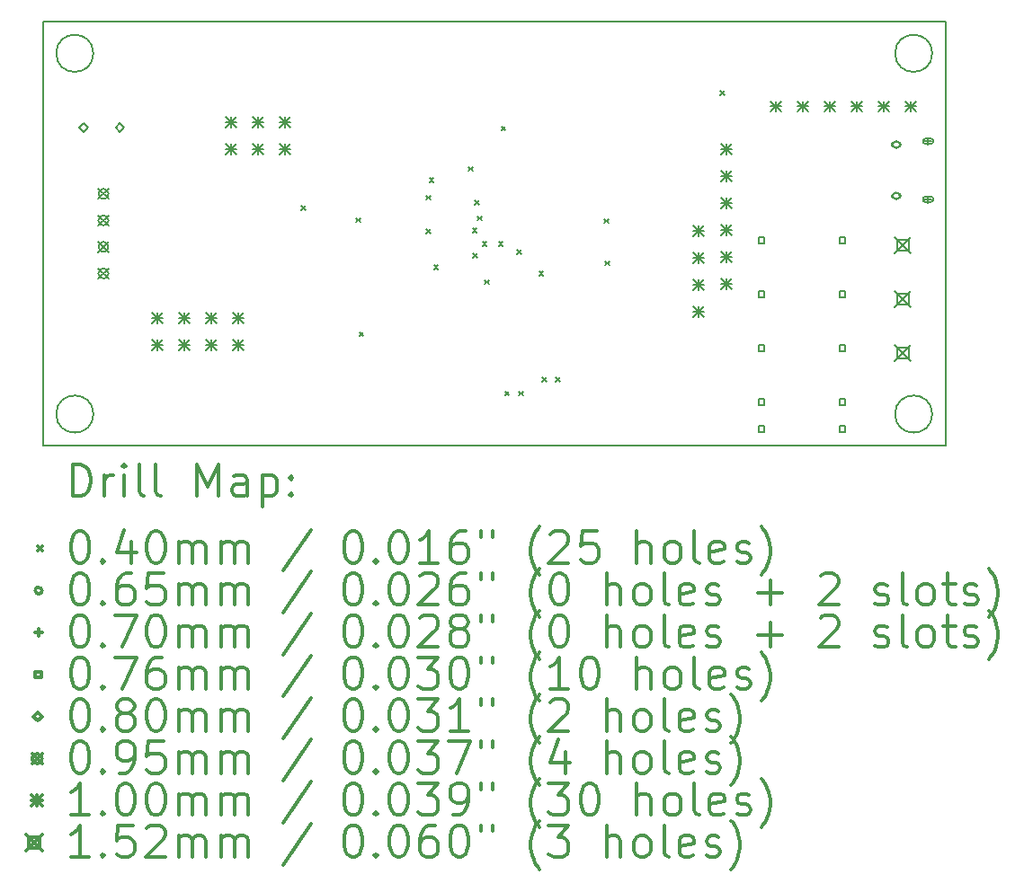
<source format=gbr>
%FSLAX45Y45*%
G04 Gerber Fmt 4.5, Leading zero omitted, Abs format (unit mm)*
G04 Created by KiCad (PCBNEW 5.0.2+dfsg1-1~bpo9+1) date Wed Mar  4 21:18:35 2020*
%MOMM*%
%LPD*%
G01*
G04 APERTURE LIST*
%ADD10C,0.150000*%
%ADD11C,0.200000*%
%ADD12C,0.300000*%
G04 APERTURE END LIST*
D10*
X14975000Y-8075000D02*
G75*
G03X14975000Y-8075000I-175000J0D01*
G01*
X14975000Y-11475000D02*
G75*
G03X14975000Y-11475000I-175000J0D01*
G01*
X7075000Y-11475000D02*
G75*
G03X7075000Y-11475000I-175000J0D01*
G01*
X7075000Y-8075000D02*
G75*
G03X7075000Y-8075000I-175000J0D01*
G01*
X6600000Y-11775000D02*
X6600000Y-7775000D01*
X15100000Y-11775000D02*
X6600000Y-11775000D01*
X15100000Y-7775000D02*
X15100000Y-11775000D01*
X6600000Y-7775000D02*
X15100000Y-7775000D01*
D11*
X9032010Y-9515030D02*
X9072010Y-9555030D01*
X9072010Y-9515030D02*
X9032010Y-9555030D01*
X9549430Y-9626640D02*
X9589430Y-9666640D01*
X9589430Y-9626640D02*
X9549430Y-9666640D01*
X9579690Y-10703060D02*
X9619690Y-10743060D01*
X9619690Y-10703060D02*
X9579690Y-10743060D01*
X10209300Y-9731770D02*
X10249300Y-9771770D01*
X10249300Y-9731770D02*
X10209300Y-9771770D01*
X10209420Y-9414420D02*
X10249420Y-9454420D01*
X10249420Y-9414420D02*
X10209420Y-9454420D01*
X10238820Y-9248970D02*
X10278820Y-9288970D01*
X10278820Y-9248970D02*
X10238820Y-9288970D01*
X10281390Y-10072620D02*
X10321390Y-10112620D01*
X10321390Y-10072620D02*
X10281390Y-10112620D01*
X10606240Y-9145000D02*
X10646240Y-9185000D01*
X10646240Y-9145000D02*
X10606240Y-9185000D01*
X10646030Y-9725129D02*
X10686030Y-9765129D01*
X10686030Y-9725129D02*
X10646030Y-9765129D01*
X10650000Y-9960000D02*
X10690000Y-10000000D01*
X10690000Y-9960000D02*
X10650000Y-10000000D01*
X10668735Y-9461265D02*
X10708735Y-9501265D01*
X10708735Y-9461265D02*
X10668735Y-9501265D01*
X10690000Y-9610000D02*
X10730000Y-9650000D01*
X10730000Y-9610000D02*
X10690000Y-9650000D01*
X10738250Y-9850400D02*
X10778250Y-9890400D01*
X10778250Y-9850400D02*
X10738250Y-9890400D01*
X10760000Y-10210000D02*
X10800000Y-10250000D01*
X10800000Y-10210000D02*
X10760000Y-10250000D01*
X10892640Y-9849100D02*
X10932640Y-9889100D01*
X10932640Y-9849100D02*
X10892640Y-9889100D01*
X10918320Y-8764000D02*
X10958320Y-8804000D01*
X10958320Y-8764000D02*
X10918320Y-8804000D01*
X10950000Y-11260000D02*
X10990000Y-11300000D01*
X10990000Y-11260000D02*
X10950000Y-11300000D01*
X11064630Y-9928940D02*
X11104630Y-9968940D01*
X11104630Y-9928940D02*
X11064630Y-9968940D01*
X11080000Y-11260000D02*
X11120000Y-11300000D01*
X11120000Y-11260000D02*
X11080000Y-11300000D01*
X11272150Y-10132280D02*
X11312150Y-10172280D01*
X11312150Y-10132280D02*
X11272150Y-10172280D01*
X11305000Y-11130000D02*
X11345000Y-11170000D01*
X11345000Y-11130000D02*
X11305000Y-11170000D01*
X11430000Y-11130000D02*
X11470000Y-11170000D01*
X11470000Y-11130000D02*
X11430000Y-11170000D01*
X11883970Y-9634390D02*
X11923970Y-9674390D01*
X11923970Y-9634390D02*
X11883970Y-9674390D01*
X11895620Y-10034000D02*
X11935620Y-10074000D01*
X11935620Y-10034000D02*
X11895620Y-10074000D01*
X12980000Y-8430000D02*
X13020000Y-8470000D01*
X13020000Y-8430000D02*
X12980000Y-8470000D01*
X14669000Y-8935500D02*
G75*
G03X14669000Y-8935500I-32500J0D01*
G01*
X14656500Y-8913000D02*
X14616500Y-8913000D01*
X14656500Y-8958000D02*
X14616500Y-8958000D01*
X14616500Y-8913000D02*
G75*
G03X14616500Y-8958000I0J-22500D01*
G01*
X14656500Y-8958000D02*
G75*
G03X14656500Y-8913000I0J22500D01*
G01*
X14669000Y-9419500D02*
G75*
G03X14669000Y-9419500I-32500J0D01*
G01*
X14656500Y-9397000D02*
X14616500Y-9397000D01*
X14656500Y-9442000D02*
X14616500Y-9442000D01*
X14616500Y-9397000D02*
G75*
G03X14616500Y-9442000I0J-22500D01*
G01*
X14656500Y-9442000D02*
G75*
G03X14656500Y-9397000I0J22500D01*
G01*
X14936500Y-8869500D02*
X14936500Y-8939500D01*
X14901500Y-8904500D02*
X14971500Y-8904500D01*
X14961500Y-8879500D02*
X14911500Y-8879500D01*
X14961500Y-8929500D02*
X14911500Y-8929500D01*
X14911500Y-8879500D02*
G75*
G03X14911500Y-8929500I0J-25000D01*
G01*
X14961500Y-8929500D02*
G75*
G03X14961500Y-8879500I0J25000D01*
G01*
X14936500Y-9415500D02*
X14936500Y-9485500D01*
X14901500Y-9450500D02*
X14971500Y-9450500D01*
X14961500Y-9425500D02*
X14911500Y-9425500D01*
X14961500Y-9475500D02*
X14911500Y-9475500D01*
X14911500Y-9425500D02*
G75*
G03X14911500Y-9475500I0J-25000D01*
G01*
X14961500Y-9475500D02*
G75*
G03X14961500Y-9425500I0J25000D01*
G01*
X13395941Y-9862941D02*
X13395941Y-9809059D01*
X13342059Y-9809059D01*
X13342059Y-9862941D01*
X13395941Y-9862941D01*
X13395941Y-10370941D02*
X13395941Y-10317059D01*
X13342059Y-10317059D01*
X13342059Y-10370941D01*
X13395941Y-10370941D01*
X13395941Y-10878941D02*
X13395941Y-10825059D01*
X13342059Y-10825059D01*
X13342059Y-10878941D01*
X13395941Y-10878941D01*
X13395941Y-11386941D02*
X13395941Y-11333059D01*
X13342059Y-11333059D01*
X13342059Y-11386941D01*
X13395941Y-11386941D01*
X13395941Y-11640941D02*
X13395941Y-11587059D01*
X13342059Y-11587059D01*
X13342059Y-11640941D01*
X13395941Y-11640941D01*
X14157941Y-9862941D02*
X14157941Y-9809059D01*
X14104059Y-9809059D01*
X14104059Y-9862941D01*
X14157941Y-9862941D01*
X14157941Y-10370941D02*
X14157941Y-10317059D01*
X14104059Y-10317059D01*
X14104059Y-10370941D01*
X14157941Y-10370941D01*
X14157941Y-10878941D02*
X14157941Y-10825059D01*
X14104059Y-10825059D01*
X14104059Y-10878941D01*
X14157941Y-10878941D01*
X14157941Y-11386941D02*
X14157941Y-11333059D01*
X14104059Y-11333059D01*
X14104059Y-11386941D01*
X14157941Y-11386941D01*
X14157941Y-11640941D02*
X14157941Y-11587059D01*
X14104059Y-11587059D01*
X14104059Y-11640941D01*
X14157941Y-11640941D01*
X6985000Y-8815000D02*
X7025000Y-8775000D01*
X6985000Y-8735000D01*
X6945000Y-8775000D01*
X6985000Y-8815000D01*
X7325000Y-8815000D02*
X7365000Y-8775000D01*
X7325000Y-8735000D01*
X7285000Y-8775000D01*
X7325000Y-8815000D01*
X7122500Y-9352500D02*
X7217500Y-9447500D01*
X7217500Y-9352500D02*
X7122500Y-9447500D01*
X7217500Y-9400000D02*
G75*
G03X7217500Y-9400000I-47500J0D01*
G01*
X7122500Y-9602500D02*
X7217500Y-9697500D01*
X7217500Y-9602500D02*
X7122500Y-9697500D01*
X7217500Y-9650000D02*
G75*
G03X7217500Y-9650000I-47500J0D01*
G01*
X7122500Y-9852500D02*
X7217500Y-9947500D01*
X7217500Y-9852500D02*
X7122500Y-9947500D01*
X7217500Y-9900000D02*
G75*
G03X7217500Y-9900000I-47500J0D01*
G01*
X7122500Y-10102500D02*
X7217500Y-10197500D01*
X7217500Y-10102500D02*
X7122500Y-10197500D01*
X7217500Y-10150000D02*
G75*
G03X7217500Y-10150000I-47500J0D01*
G01*
X12725000Y-9700000D02*
X12825000Y-9800000D01*
X12825000Y-9700000D02*
X12725000Y-9800000D01*
X12775000Y-9700000D02*
X12775000Y-9800000D01*
X12725000Y-9750000D02*
X12825000Y-9750000D01*
X12725000Y-9954000D02*
X12825000Y-10054000D01*
X12825000Y-9954000D02*
X12725000Y-10054000D01*
X12775000Y-9954000D02*
X12775000Y-10054000D01*
X12725000Y-10004000D02*
X12825000Y-10004000D01*
X12725000Y-10208000D02*
X12825000Y-10308000D01*
X12825000Y-10208000D02*
X12725000Y-10308000D01*
X12775000Y-10208000D02*
X12775000Y-10308000D01*
X12725000Y-10258000D02*
X12825000Y-10258000D01*
X12725000Y-10462000D02*
X12825000Y-10562000D01*
X12825000Y-10462000D02*
X12725000Y-10562000D01*
X12775000Y-10462000D02*
X12775000Y-10562000D01*
X12725000Y-10512000D02*
X12825000Y-10512000D01*
X13455000Y-8525000D02*
X13555000Y-8625000D01*
X13555000Y-8525000D02*
X13455000Y-8625000D01*
X13505000Y-8525000D02*
X13505000Y-8625000D01*
X13455000Y-8575000D02*
X13555000Y-8575000D01*
X13709000Y-8525000D02*
X13809000Y-8625000D01*
X13809000Y-8525000D02*
X13709000Y-8625000D01*
X13759000Y-8525000D02*
X13759000Y-8625000D01*
X13709000Y-8575000D02*
X13809000Y-8575000D01*
X13963000Y-8525000D02*
X14063000Y-8625000D01*
X14063000Y-8525000D02*
X13963000Y-8625000D01*
X14013000Y-8525000D02*
X14013000Y-8625000D01*
X13963000Y-8575000D02*
X14063000Y-8575000D01*
X14217000Y-8525000D02*
X14317000Y-8625000D01*
X14317000Y-8525000D02*
X14217000Y-8625000D01*
X14267000Y-8525000D02*
X14267000Y-8625000D01*
X14217000Y-8575000D02*
X14317000Y-8575000D01*
X14471000Y-8525000D02*
X14571000Y-8625000D01*
X14571000Y-8525000D02*
X14471000Y-8625000D01*
X14521000Y-8525000D02*
X14521000Y-8625000D01*
X14471000Y-8575000D02*
X14571000Y-8575000D01*
X14725000Y-8525000D02*
X14825000Y-8625000D01*
X14825000Y-8525000D02*
X14725000Y-8625000D01*
X14775000Y-8525000D02*
X14775000Y-8625000D01*
X14725000Y-8575000D02*
X14825000Y-8575000D01*
X7625000Y-10521000D02*
X7725000Y-10621000D01*
X7725000Y-10521000D02*
X7625000Y-10621000D01*
X7675000Y-10521000D02*
X7675000Y-10621000D01*
X7625000Y-10571000D02*
X7725000Y-10571000D01*
X7625000Y-10775000D02*
X7725000Y-10875000D01*
X7725000Y-10775000D02*
X7625000Y-10875000D01*
X7675000Y-10775000D02*
X7675000Y-10875000D01*
X7625000Y-10825000D02*
X7725000Y-10825000D01*
X7879000Y-10521000D02*
X7979000Y-10621000D01*
X7979000Y-10521000D02*
X7879000Y-10621000D01*
X7929000Y-10521000D02*
X7929000Y-10621000D01*
X7879000Y-10571000D02*
X7979000Y-10571000D01*
X7879000Y-10775000D02*
X7979000Y-10875000D01*
X7979000Y-10775000D02*
X7879000Y-10875000D01*
X7929000Y-10775000D02*
X7929000Y-10875000D01*
X7879000Y-10825000D02*
X7979000Y-10825000D01*
X8133000Y-10521000D02*
X8233000Y-10621000D01*
X8233000Y-10521000D02*
X8133000Y-10621000D01*
X8183000Y-10521000D02*
X8183000Y-10621000D01*
X8133000Y-10571000D02*
X8233000Y-10571000D01*
X8133000Y-10775000D02*
X8233000Y-10875000D01*
X8233000Y-10775000D02*
X8133000Y-10875000D01*
X8183000Y-10775000D02*
X8183000Y-10875000D01*
X8133000Y-10825000D02*
X8233000Y-10825000D01*
X8387000Y-10521000D02*
X8487000Y-10621000D01*
X8487000Y-10521000D02*
X8387000Y-10621000D01*
X8437000Y-10521000D02*
X8437000Y-10621000D01*
X8387000Y-10571000D02*
X8487000Y-10571000D01*
X8387000Y-10775000D02*
X8487000Y-10875000D01*
X8487000Y-10775000D02*
X8387000Y-10875000D01*
X8437000Y-10775000D02*
X8437000Y-10875000D01*
X8387000Y-10825000D02*
X8487000Y-10825000D01*
X8321000Y-8675000D02*
X8421000Y-8775000D01*
X8421000Y-8675000D02*
X8321000Y-8775000D01*
X8371000Y-8675000D02*
X8371000Y-8775000D01*
X8321000Y-8725000D02*
X8421000Y-8725000D01*
X8321000Y-8929000D02*
X8421000Y-9029000D01*
X8421000Y-8929000D02*
X8321000Y-9029000D01*
X8371000Y-8929000D02*
X8371000Y-9029000D01*
X8321000Y-8979000D02*
X8421000Y-8979000D01*
X8575000Y-8675000D02*
X8675000Y-8775000D01*
X8675000Y-8675000D02*
X8575000Y-8775000D01*
X8625000Y-8675000D02*
X8625000Y-8775000D01*
X8575000Y-8725000D02*
X8675000Y-8725000D01*
X8575000Y-8929000D02*
X8675000Y-9029000D01*
X8675000Y-8929000D02*
X8575000Y-9029000D01*
X8625000Y-8929000D02*
X8625000Y-9029000D01*
X8575000Y-8979000D02*
X8675000Y-8979000D01*
X8829000Y-8675000D02*
X8929000Y-8775000D01*
X8929000Y-8675000D02*
X8829000Y-8775000D01*
X8879000Y-8675000D02*
X8879000Y-8775000D01*
X8829000Y-8725000D02*
X8929000Y-8725000D01*
X8829000Y-8929000D02*
X8929000Y-9029000D01*
X8929000Y-8929000D02*
X8829000Y-9029000D01*
X8879000Y-8929000D02*
X8879000Y-9029000D01*
X8829000Y-8979000D02*
X8929000Y-8979000D01*
X12990000Y-8930000D02*
X13090000Y-9030000D01*
X13090000Y-8930000D02*
X12990000Y-9030000D01*
X13040000Y-8930000D02*
X13040000Y-9030000D01*
X12990000Y-8980000D02*
X13090000Y-8980000D01*
X12990000Y-9184000D02*
X13090000Y-9284000D01*
X13090000Y-9184000D02*
X12990000Y-9284000D01*
X13040000Y-9184000D02*
X13040000Y-9284000D01*
X12990000Y-9234000D02*
X13090000Y-9234000D01*
X12990000Y-9438000D02*
X13090000Y-9538000D01*
X13090000Y-9438000D02*
X12990000Y-9538000D01*
X13040000Y-9438000D02*
X13040000Y-9538000D01*
X12990000Y-9488000D02*
X13090000Y-9488000D01*
X12990000Y-9692000D02*
X13090000Y-9792000D01*
X13090000Y-9692000D02*
X12990000Y-9792000D01*
X13040000Y-9692000D02*
X13040000Y-9792000D01*
X12990000Y-9742000D02*
X13090000Y-9742000D01*
X12990000Y-9946000D02*
X13090000Y-10046000D01*
X13090000Y-9946000D02*
X12990000Y-10046000D01*
X13040000Y-9946000D02*
X13040000Y-10046000D01*
X12990000Y-9996000D02*
X13090000Y-9996000D01*
X12990000Y-10200000D02*
X13090000Y-10300000D01*
X13090000Y-10200000D02*
X12990000Y-10300000D01*
X13040000Y-10200000D02*
X13040000Y-10300000D01*
X12990000Y-10250000D02*
X13090000Y-10250000D01*
X14624000Y-9808000D02*
X14776000Y-9960000D01*
X14776000Y-9808000D02*
X14624000Y-9960000D01*
X14753741Y-9937741D02*
X14753741Y-9830259D01*
X14646259Y-9830259D01*
X14646259Y-9937741D01*
X14753741Y-9937741D01*
X14624000Y-10316000D02*
X14776000Y-10468000D01*
X14776000Y-10316000D02*
X14624000Y-10468000D01*
X14753741Y-10445741D02*
X14753741Y-10338259D01*
X14646259Y-10338259D01*
X14646259Y-10445741D01*
X14753741Y-10445741D01*
X14624000Y-10824000D02*
X14776000Y-10976000D01*
X14776000Y-10824000D02*
X14624000Y-10976000D01*
X14753741Y-10953741D02*
X14753741Y-10846259D01*
X14646259Y-10846259D01*
X14646259Y-10953741D01*
X14753741Y-10953741D01*
D12*
X6878928Y-12248214D02*
X6878928Y-11948214D01*
X6950357Y-11948214D01*
X6993214Y-11962500D01*
X7021786Y-11991071D01*
X7036071Y-12019643D01*
X7050357Y-12076786D01*
X7050357Y-12119643D01*
X7036071Y-12176786D01*
X7021786Y-12205357D01*
X6993214Y-12233929D01*
X6950357Y-12248214D01*
X6878928Y-12248214D01*
X7178928Y-12248214D02*
X7178928Y-12048214D01*
X7178928Y-12105357D02*
X7193214Y-12076786D01*
X7207500Y-12062500D01*
X7236071Y-12048214D01*
X7264643Y-12048214D01*
X7364643Y-12248214D02*
X7364643Y-12048214D01*
X7364643Y-11948214D02*
X7350357Y-11962500D01*
X7364643Y-11976786D01*
X7378928Y-11962500D01*
X7364643Y-11948214D01*
X7364643Y-11976786D01*
X7550357Y-12248214D02*
X7521786Y-12233929D01*
X7507500Y-12205357D01*
X7507500Y-11948214D01*
X7707500Y-12248214D02*
X7678928Y-12233929D01*
X7664643Y-12205357D01*
X7664643Y-11948214D01*
X8050357Y-12248214D02*
X8050357Y-11948214D01*
X8150357Y-12162500D01*
X8250357Y-11948214D01*
X8250357Y-12248214D01*
X8521786Y-12248214D02*
X8521786Y-12091071D01*
X8507500Y-12062500D01*
X8478928Y-12048214D01*
X8421786Y-12048214D01*
X8393214Y-12062500D01*
X8521786Y-12233929D02*
X8493214Y-12248214D01*
X8421786Y-12248214D01*
X8393214Y-12233929D01*
X8378928Y-12205357D01*
X8378928Y-12176786D01*
X8393214Y-12148214D01*
X8421786Y-12133929D01*
X8493214Y-12133929D01*
X8521786Y-12119643D01*
X8664643Y-12048214D02*
X8664643Y-12348214D01*
X8664643Y-12062500D02*
X8693214Y-12048214D01*
X8750357Y-12048214D01*
X8778928Y-12062500D01*
X8793214Y-12076786D01*
X8807500Y-12105357D01*
X8807500Y-12191071D01*
X8793214Y-12219643D01*
X8778928Y-12233929D01*
X8750357Y-12248214D01*
X8693214Y-12248214D01*
X8664643Y-12233929D01*
X8936071Y-12219643D02*
X8950357Y-12233929D01*
X8936071Y-12248214D01*
X8921786Y-12233929D01*
X8936071Y-12219643D01*
X8936071Y-12248214D01*
X8936071Y-12062500D02*
X8950357Y-12076786D01*
X8936071Y-12091071D01*
X8921786Y-12076786D01*
X8936071Y-12062500D01*
X8936071Y-12091071D01*
X6552500Y-12722500D02*
X6592500Y-12762500D01*
X6592500Y-12722500D02*
X6552500Y-12762500D01*
X6936071Y-12578214D02*
X6964643Y-12578214D01*
X6993214Y-12592500D01*
X7007500Y-12606786D01*
X7021786Y-12635357D01*
X7036071Y-12692500D01*
X7036071Y-12763929D01*
X7021786Y-12821071D01*
X7007500Y-12849643D01*
X6993214Y-12863929D01*
X6964643Y-12878214D01*
X6936071Y-12878214D01*
X6907500Y-12863929D01*
X6893214Y-12849643D01*
X6878928Y-12821071D01*
X6864643Y-12763929D01*
X6864643Y-12692500D01*
X6878928Y-12635357D01*
X6893214Y-12606786D01*
X6907500Y-12592500D01*
X6936071Y-12578214D01*
X7164643Y-12849643D02*
X7178928Y-12863929D01*
X7164643Y-12878214D01*
X7150357Y-12863929D01*
X7164643Y-12849643D01*
X7164643Y-12878214D01*
X7436071Y-12678214D02*
X7436071Y-12878214D01*
X7364643Y-12563929D02*
X7293214Y-12778214D01*
X7478928Y-12778214D01*
X7650357Y-12578214D02*
X7678928Y-12578214D01*
X7707500Y-12592500D01*
X7721786Y-12606786D01*
X7736071Y-12635357D01*
X7750357Y-12692500D01*
X7750357Y-12763929D01*
X7736071Y-12821071D01*
X7721786Y-12849643D01*
X7707500Y-12863929D01*
X7678928Y-12878214D01*
X7650357Y-12878214D01*
X7621786Y-12863929D01*
X7607500Y-12849643D01*
X7593214Y-12821071D01*
X7578928Y-12763929D01*
X7578928Y-12692500D01*
X7593214Y-12635357D01*
X7607500Y-12606786D01*
X7621786Y-12592500D01*
X7650357Y-12578214D01*
X7878928Y-12878214D02*
X7878928Y-12678214D01*
X7878928Y-12706786D02*
X7893214Y-12692500D01*
X7921786Y-12678214D01*
X7964643Y-12678214D01*
X7993214Y-12692500D01*
X8007500Y-12721071D01*
X8007500Y-12878214D01*
X8007500Y-12721071D02*
X8021786Y-12692500D01*
X8050357Y-12678214D01*
X8093214Y-12678214D01*
X8121786Y-12692500D01*
X8136071Y-12721071D01*
X8136071Y-12878214D01*
X8278928Y-12878214D02*
X8278928Y-12678214D01*
X8278928Y-12706786D02*
X8293214Y-12692500D01*
X8321786Y-12678214D01*
X8364643Y-12678214D01*
X8393214Y-12692500D01*
X8407500Y-12721071D01*
X8407500Y-12878214D01*
X8407500Y-12721071D02*
X8421786Y-12692500D01*
X8450357Y-12678214D01*
X8493214Y-12678214D01*
X8521786Y-12692500D01*
X8536071Y-12721071D01*
X8536071Y-12878214D01*
X9121786Y-12563929D02*
X8864643Y-12949643D01*
X9507500Y-12578214D02*
X9536071Y-12578214D01*
X9564643Y-12592500D01*
X9578928Y-12606786D01*
X9593214Y-12635357D01*
X9607500Y-12692500D01*
X9607500Y-12763929D01*
X9593214Y-12821071D01*
X9578928Y-12849643D01*
X9564643Y-12863929D01*
X9536071Y-12878214D01*
X9507500Y-12878214D01*
X9478928Y-12863929D01*
X9464643Y-12849643D01*
X9450357Y-12821071D01*
X9436071Y-12763929D01*
X9436071Y-12692500D01*
X9450357Y-12635357D01*
X9464643Y-12606786D01*
X9478928Y-12592500D01*
X9507500Y-12578214D01*
X9736071Y-12849643D02*
X9750357Y-12863929D01*
X9736071Y-12878214D01*
X9721786Y-12863929D01*
X9736071Y-12849643D01*
X9736071Y-12878214D01*
X9936071Y-12578214D02*
X9964643Y-12578214D01*
X9993214Y-12592500D01*
X10007500Y-12606786D01*
X10021786Y-12635357D01*
X10036071Y-12692500D01*
X10036071Y-12763929D01*
X10021786Y-12821071D01*
X10007500Y-12849643D01*
X9993214Y-12863929D01*
X9964643Y-12878214D01*
X9936071Y-12878214D01*
X9907500Y-12863929D01*
X9893214Y-12849643D01*
X9878928Y-12821071D01*
X9864643Y-12763929D01*
X9864643Y-12692500D01*
X9878928Y-12635357D01*
X9893214Y-12606786D01*
X9907500Y-12592500D01*
X9936071Y-12578214D01*
X10321786Y-12878214D02*
X10150357Y-12878214D01*
X10236071Y-12878214D02*
X10236071Y-12578214D01*
X10207500Y-12621071D01*
X10178928Y-12649643D01*
X10150357Y-12663929D01*
X10578928Y-12578214D02*
X10521786Y-12578214D01*
X10493214Y-12592500D01*
X10478928Y-12606786D01*
X10450357Y-12649643D01*
X10436071Y-12706786D01*
X10436071Y-12821071D01*
X10450357Y-12849643D01*
X10464643Y-12863929D01*
X10493214Y-12878214D01*
X10550357Y-12878214D01*
X10578928Y-12863929D01*
X10593214Y-12849643D01*
X10607500Y-12821071D01*
X10607500Y-12749643D01*
X10593214Y-12721071D01*
X10578928Y-12706786D01*
X10550357Y-12692500D01*
X10493214Y-12692500D01*
X10464643Y-12706786D01*
X10450357Y-12721071D01*
X10436071Y-12749643D01*
X10721786Y-12578214D02*
X10721786Y-12635357D01*
X10836071Y-12578214D02*
X10836071Y-12635357D01*
X11278928Y-12992500D02*
X11264643Y-12978214D01*
X11236071Y-12935357D01*
X11221786Y-12906786D01*
X11207500Y-12863929D01*
X11193214Y-12792500D01*
X11193214Y-12735357D01*
X11207500Y-12663929D01*
X11221786Y-12621071D01*
X11236071Y-12592500D01*
X11264643Y-12549643D01*
X11278928Y-12535357D01*
X11378928Y-12606786D02*
X11393214Y-12592500D01*
X11421786Y-12578214D01*
X11493214Y-12578214D01*
X11521786Y-12592500D01*
X11536071Y-12606786D01*
X11550357Y-12635357D01*
X11550357Y-12663929D01*
X11536071Y-12706786D01*
X11364643Y-12878214D01*
X11550357Y-12878214D01*
X11821786Y-12578214D02*
X11678928Y-12578214D01*
X11664643Y-12721071D01*
X11678928Y-12706786D01*
X11707500Y-12692500D01*
X11778928Y-12692500D01*
X11807500Y-12706786D01*
X11821786Y-12721071D01*
X11836071Y-12749643D01*
X11836071Y-12821071D01*
X11821786Y-12849643D01*
X11807500Y-12863929D01*
X11778928Y-12878214D01*
X11707500Y-12878214D01*
X11678928Y-12863929D01*
X11664643Y-12849643D01*
X12193214Y-12878214D02*
X12193214Y-12578214D01*
X12321786Y-12878214D02*
X12321786Y-12721071D01*
X12307500Y-12692500D01*
X12278928Y-12678214D01*
X12236071Y-12678214D01*
X12207500Y-12692500D01*
X12193214Y-12706786D01*
X12507500Y-12878214D02*
X12478928Y-12863929D01*
X12464643Y-12849643D01*
X12450357Y-12821071D01*
X12450357Y-12735357D01*
X12464643Y-12706786D01*
X12478928Y-12692500D01*
X12507500Y-12678214D01*
X12550357Y-12678214D01*
X12578928Y-12692500D01*
X12593214Y-12706786D01*
X12607500Y-12735357D01*
X12607500Y-12821071D01*
X12593214Y-12849643D01*
X12578928Y-12863929D01*
X12550357Y-12878214D01*
X12507500Y-12878214D01*
X12778928Y-12878214D02*
X12750357Y-12863929D01*
X12736071Y-12835357D01*
X12736071Y-12578214D01*
X13007500Y-12863929D02*
X12978928Y-12878214D01*
X12921786Y-12878214D01*
X12893214Y-12863929D01*
X12878928Y-12835357D01*
X12878928Y-12721071D01*
X12893214Y-12692500D01*
X12921786Y-12678214D01*
X12978928Y-12678214D01*
X13007500Y-12692500D01*
X13021786Y-12721071D01*
X13021786Y-12749643D01*
X12878928Y-12778214D01*
X13136071Y-12863929D02*
X13164643Y-12878214D01*
X13221786Y-12878214D01*
X13250357Y-12863929D01*
X13264643Y-12835357D01*
X13264643Y-12821071D01*
X13250357Y-12792500D01*
X13221786Y-12778214D01*
X13178928Y-12778214D01*
X13150357Y-12763929D01*
X13136071Y-12735357D01*
X13136071Y-12721071D01*
X13150357Y-12692500D01*
X13178928Y-12678214D01*
X13221786Y-12678214D01*
X13250357Y-12692500D01*
X13364643Y-12992500D02*
X13378928Y-12978214D01*
X13407500Y-12935357D01*
X13421786Y-12906786D01*
X13436071Y-12863929D01*
X13450357Y-12792500D01*
X13450357Y-12735357D01*
X13436071Y-12663929D01*
X13421786Y-12621071D01*
X13407500Y-12592500D01*
X13378928Y-12549643D01*
X13364643Y-12535357D01*
X6592500Y-13138500D02*
G75*
G03X6592500Y-13138500I-32500J0D01*
G01*
X6936071Y-12974214D02*
X6964643Y-12974214D01*
X6993214Y-12988500D01*
X7007500Y-13002786D01*
X7021786Y-13031357D01*
X7036071Y-13088500D01*
X7036071Y-13159929D01*
X7021786Y-13217071D01*
X7007500Y-13245643D01*
X6993214Y-13259929D01*
X6964643Y-13274214D01*
X6936071Y-13274214D01*
X6907500Y-13259929D01*
X6893214Y-13245643D01*
X6878928Y-13217071D01*
X6864643Y-13159929D01*
X6864643Y-13088500D01*
X6878928Y-13031357D01*
X6893214Y-13002786D01*
X6907500Y-12988500D01*
X6936071Y-12974214D01*
X7164643Y-13245643D02*
X7178928Y-13259929D01*
X7164643Y-13274214D01*
X7150357Y-13259929D01*
X7164643Y-13245643D01*
X7164643Y-13274214D01*
X7436071Y-12974214D02*
X7378928Y-12974214D01*
X7350357Y-12988500D01*
X7336071Y-13002786D01*
X7307500Y-13045643D01*
X7293214Y-13102786D01*
X7293214Y-13217071D01*
X7307500Y-13245643D01*
X7321786Y-13259929D01*
X7350357Y-13274214D01*
X7407500Y-13274214D01*
X7436071Y-13259929D01*
X7450357Y-13245643D01*
X7464643Y-13217071D01*
X7464643Y-13145643D01*
X7450357Y-13117071D01*
X7436071Y-13102786D01*
X7407500Y-13088500D01*
X7350357Y-13088500D01*
X7321786Y-13102786D01*
X7307500Y-13117071D01*
X7293214Y-13145643D01*
X7736071Y-12974214D02*
X7593214Y-12974214D01*
X7578928Y-13117071D01*
X7593214Y-13102786D01*
X7621786Y-13088500D01*
X7693214Y-13088500D01*
X7721786Y-13102786D01*
X7736071Y-13117071D01*
X7750357Y-13145643D01*
X7750357Y-13217071D01*
X7736071Y-13245643D01*
X7721786Y-13259929D01*
X7693214Y-13274214D01*
X7621786Y-13274214D01*
X7593214Y-13259929D01*
X7578928Y-13245643D01*
X7878928Y-13274214D02*
X7878928Y-13074214D01*
X7878928Y-13102786D02*
X7893214Y-13088500D01*
X7921786Y-13074214D01*
X7964643Y-13074214D01*
X7993214Y-13088500D01*
X8007500Y-13117071D01*
X8007500Y-13274214D01*
X8007500Y-13117071D02*
X8021786Y-13088500D01*
X8050357Y-13074214D01*
X8093214Y-13074214D01*
X8121786Y-13088500D01*
X8136071Y-13117071D01*
X8136071Y-13274214D01*
X8278928Y-13274214D02*
X8278928Y-13074214D01*
X8278928Y-13102786D02*
X8293214Y-13088500D01*
X8321786Y-13074214D01*
X8364643Y-13074214D01*
X8393214Y-13088500D01*
X8407500Y-13117071D01*
X8407500Y-13274214D01*
X8407500Y-13117071D02*
X8421786Y-13088500D01*
X8450357Y-13074214D01*
X8493214Y-13074214D01*
X8521786Y-13088500D01*
X8536071Y-13117071D01*
X8536071Y-13274214D01*
X9121786Y-12959929D02*
X8864643Y-13345643D01*
X9507500Y-12974214D02*
X9536071Y-12974214D01*
X9564643Y-12988500D01*
X9578928Y-13002786D01*
X9593214Y-13031357D01*
X9607500Y-13088500D01*
X9607500Y-13159929D01*
X9593214Y-13217071D01*
X9578928Y-13245643D01*
X9564643Y-13259929D01*
X9536071Y-13274214D01*
X9507500Y-13274214D01*
X9478928Y-13259929D01*
X9464643Y-13245643D01*
X9450357Y-13217071D01*
X9436071Y-13159929D01*
X9436071Y-13088500D01*
X9450357Y-13031357D01*
X9464643Y-13002786D01*
X9478928Y-12988500D01*
X9507500Y-12974214D01*
X9736071Y-13245643D02*
X9750357Y-13259929D01*
X9736071Y-13274214D01*
X9721786Y-13259929D01*
X9736071Y-13245643D01*
X9736071Y-13274214D01*
X9936071Y-12974214D02*
X9964643Y-12974214D01*
X9993214Y-12988500D01*
X10007500Y-13002786D01*
X10021786Y-13031357D01*
X10036071Y-13088500D01*
X10036071Y-13159929D01*
X10021786Y-13217071D01*
X10007500Y-13245643D01*
X9993214Y-13259929D01*
X9964643Y-13274214D01*
X9936071Y-13274214D01*
X9907500Y-13259929D01*
X9893214Y-13245643D01*
X9878928Y-13217071D01*
X9864643Y-13159929D01*
X9864643Y-13088500D01*
X9878928Y-13031357D01*
X9893214Y-13002786D01*
X9907500Y-12988500D01*
X9936071Y-12974214D01*
X10150357Y-13002786D02*
X10164643Y-12988500D01*
X10193214Y-12974214D01*
X10264643Y-12974214D01*
X10293214Y-12988500D01*
X10307500Y-13002786D01*
X10321786Y-13031357D01*
X10321786Y-13059929D01*
X10307500Y-13102786D01*
X10136071Y-13274214D01*
X10321786Y-13274214D01*
X10578928Y-12974214D02*
X10521786Y-12974214D01*
X10493214Y-12988500D01*
X10478928Y-13002786D01*
X10450357Y-13045643D01*
X10436071Y-13102786D01*
X10436071Y-13217071D01*
X10450357Y-13245643D01*
X10464643Y-13259929D01*
X10493214Y-13274214D01*
X10550357Y-13274214D01*
X10578928Y-13259929D01*
X10593214Y-13245643D01*
X10607500Y-13217071D01*
X10607500Y-13145643D01*
X10593214Y-13117071D01*
X10578928Y-13102786D01*
X10550357Y-13088500D01*
X10493214Y-13088500D01*
X10464643Y-13102786D01*
X10450357Y-13117071D01*
X10436071Y-13145643D01*
X10721786Y-12974214D02*
X10721786Y-13031357D01*
X10836071Y-12974214D02*
X10836071Y-13031357D01*
X11278928Y-13388500D02*
X11264643Y-13374214D01*
X11236071Y-13331357D01*
X11221786Y-13302786D01*
X11207500Y-13259929D01*
X11193214Y-13188500D01*
X11193214Y-13131357D01*
X11207500Y-13059929D01*
X11221786Y-13017071D01*
X11236071Y-12988500D01*
X11264643Y-12945643D01*
X11278928Y-12931357D01*
X11450357Y-12974214D02*
X11478928Y-12974214D01*
X11507500Y-12988500D01*
X11521786Y-13002786D01*
X11536071Y-13031357D01*
X11550357Y-13088500D01*
X11550357Y-13159929D01*
X11536071Y-13217071D01*
X11521786Y-13245643D01*
X11507500Y-13259929D01*
X11478928Y-13274214D01*
X11450357Y-13274214D01*
X11421786Y-13259929D01*
X11407500Y-13245643D01*
X11393214Y-13217071D01*
X11378928Y-13159929D01*
X11378928Y-13088500D01*
X11393214Y-13031357D01*
X11407500Y-13002786D01*
X11421786Y-12988500D01*
X11450357Y-12974214D01*
X11907500Y-13274214D02*
X11907500Y-12974214D01*
X12036071Y-13274214D02*
X12036071Y-13117071D01*
X12021786Y-13088500D01*
X11993214Y-13074214D01*
X11950357Y-13074214D01*
X11921786Y-13088500D01*
X11907500Y-13102786D01*
X12221786Y-13274214D02*
X12193214Y-13259929D01*
X12178928Y-13245643D01*
X12164643Y-13217071D01*
X12164643Y-13131357D01*
X12178928Y-13102786D01*
X12193214Y-13088500D01*
X12221786Y-13074214D01*
X12264643Y-13074214D01*
X12293214Y-13088500D01*
X12307500Y-13102786D01*
X12321786Y-13131357D01*
X12321786Y-13217071D01*
X12307500Y-13245643D01*
X12293214Y-13259929D01*
X12264643Y-13274214D01*
X12221786Y-13274214D01*
X12493214Y-13274214D02*
X12464643Y-13259929D01*
X12450357Y-13231357D01*
X12450357Y-12974214D01*
X12721786Y-13259929D02*
X12693214Y-13274214D01*
X12636071Y-13274214D01*
X12607500Y-13259929D01*
X12593214Y-13231357D01*
X12593214Y-13117071D01*
X12607500Y-13088500D01*
X12636071Y-13074214D01*
X12693214Y-13074214D01*
X12721786Y-13088500D01*
X12736071Y-13117071D01*
X12736071Y-13145643D01*
X12593214Y-13174214D01*
X12850357Y-13259929D02*
X12878928Y-13274214D01*
X12936071Y-13274214D01*
X12964643Y-13259929D01*
X12978928Y-13231357D01*
X12978928Y-13217071D01*
X12964643Y-13188500D01*
X12936071Y-13174214D01*
X12893214Y-13174214D01*
X12864643Y-13159929D01*
X12850357Y-13131357D01*
X12850357Y-13117071D01*
X12864643Y-13088500D01*
X12893214Y-13074214D01*
X12936071Y-13074214D01*
X12964643Y-13088500D01*
X13336071Y-13159929D02*
X13564643Y-13159929D01*
X13450357Y-13274214D02*
X13450357Y-13045643D01*
X13921786Y-13002786D02*
X13936071Y-12988500D01*
X13964643Y-12974214D01*
X14036071Y-12974214D01*
X14064643Y-12988500D01*
X14078928Y-13002786D01*
X14093214Y-13031357D01*
X14093214Y-13059929D01*
X14078928Y-13102786D01*
X13907500Y-13274214D01*
X14093214Y-13274214D01*
X14436071Y-13259929D02*
X14464643Y-13274214D01*
X14521786Y-13274214D01*
X14550357Y-13259929D01*
X14564643Y-13231357D01*
X14564643Y-13217071D01*
X14550357Y-13188500D01*
X14521786Y-13174214D01*
X14478928Y-13174214D01*
X14450357Y-13159929D01*
X14436071Y-13131357D01*
X14436071Y-13117071D01*
X14450357Y-13088500D01*
X14478928Y-13074214D01*
X14521786Y-13074214D01*
X14550357Y-13088500D01*
X14736071Y-13274214D02*
X14707500Y-13259929D01*
X14693214Y-13231357D01*
X14693214Y-12974214D01*
X14893214Y-13274214D02*
X14864643Y-13259929D01*
X14850357Y-13245643D01*
X14836071Y-13217071D01*
X14836071Y-13131357D01*
X14850357Y-13102786D01*
X14864643Y-13088500D01*
X14893214Y-13074214D01*
X14936071Y-13074214D01*
X14964643Y-13088500D01*
X14978928Y-13102786D01*
X14993214Y-13131357D01*
X14993214Y-13217071D01*
X14978928Y-13245643D01*
X14964643Y-13259929D01*
X14936071Y-13274214D01*
X14893214Y-13274214D01*
X15078928Y-13074214D02*
X15193214Y-13074214D01*
X15121786Y-12974214D02*
X15121786Y-13231357D01*
X15136071Y-13259929D01*
X15164643Y-13274214D01*
X15193214Y-13274214D01*
X15278928Y-13259929D02*
X15307500Y-13274214D01*
X15364643Y-13274214D01*
X15393214Y-13259929D01*
X15407500Y-13231357D01*
X15407500Y-13217071D01*
X15393214Y-13188500D01*
X15364643Y-13174214D01*
X15321786Y-13174214D01*
X15293214Y-13159929D01*
X15278928Y-13131357D01*
X15278928Y-13117071D01*
X15293214Y-13088500D01*
X15321786Y-13074214D01*
X15364643Y-13074214D01*
X15393214Y-13088500D01*
X15507500Y-13388500D02*
X15521786Y-13374214D01*
X15550357Y-13331357D01*
X15564643Y-13302786D01*
X15578928Y-13259929D01*
X15593214Y-13188500D01*
X15593214Y-13131357D01*
X15578928Y-13059929D01*
X15564643Y-13017071D01*
X15550357Y-12988500D01*
X15521786Y-12945643D01*
X15507500Y-12931357D01*
X6557500Y-13499500D02*
X6557500Y-13569500D01*
X6522500Y-13534500D02*
X6592500Y-13534500D01*
X6936071Y-13370214D02*
X6964643Y-13370214D01*
X6993214Y-13384500D01*
X7007500Y-13398786D01*
X7021786Y-13427357D01*
X7036071Y-13484500D01*
X7036071Y-13555929D01*
X7021786Y-13613071D01*
X7007500Y-13641643D01*
X6993214Y-13655929D01*
X6964643Y-13670214D01*
X6936071Y-13670214D01*
X6907500Y-13655929D01*
X6893214Y-13641643D01*
X6878928Y-13613071D01*
X6864643Y-13555929D01*
X6864643Y-13484500D01*
X6878928Y-13427357D01*
X6893214Y-13398786D01*
X6907500Y-13384500D01*
X6936071Y-13370214D01*
X7164643Y-13641643D02*
X7178928Y-13655929D01*
X7164643Y-13670214D01*
X7150357Y-13655929D01*
X7164643Y-13641643D01*
X7164643Y-13670214D01*
X7278928Y-13370214D02*
X7478928Y-13370214D01*
X7350357Y-13670214D01*
X7650357Y-13370214D02*
X7678928Y-13370214D01*
X7707500Y-13384500D01*
X7721786Y-13398786D01*
X7736071Y-13427357D01*
X7750357Y-13484500D01*
X7750357Y-13555929D01*
X7736071Y-13613071D01*
X7721786Y-13641643D01*
X7707500Y-13655929D01*
X7678928Y-13670214D01*
X7650357Y-13670214D01*
X7621786Y-13655929D01*
X7607500Y-13641643D01*
X7593214Y-13613071D01*
X7578928Y-13555929D01*
X7578928Y-13484500D01*
X7593214Y-13427357D01*
X7607500Y-13398786D01*
X7621786Y-13384500D01*
X7650357Y-13370214D01*
X7878928Y-13670214D02*
X7878928Y-13470214D01*
X7878928Y-13498786D02*
X7893214Y-13484500D01*
X7921786Y-13470214D01*
X7964643Y-13470214D01*
X7993214Y-13484500D01*
X8007500Y-13513071D01*
X8007500Y-13670214D01*
X8007500Y-13513071D02*
X8021786Y-13484500D01*
X8050357Y-13470214D01*
X8093214Y-13470214D01*
X8121786Y-13484500D01*
X8136071Y-13513071D01*
X8136071Y-13670214D01*
X8278928Y-13670214D02*
X8278928Y-13470214D01*
X8278928Y-13498786D02*
X8293214Y-13484500D01*
X8321786Y-13470214D01*
X8364643Y-13470214D01*
X8393214Y-13484500D01*
X8407500Y-13513071D01*
X8407500Y-13670214D01*
X8407500Y-13513071D02*
X8421786Y-13484500D01*
X8450357Y-13470214D01*
X8493214Y-13470214D01*
X8521786Y-13484500D01*
X8536071Y-13513071D01*
X8536071Y-13670214D01*
X9121786Y-13355929D02*
X8864643Y-13741643D01*
X9507500Y-13370214D02*
X9536071Y-13370214D01*
X9564643Y-13384500D01*
X9578928Y-13398786D01*
X9593214Y-13427357D01*
X9607500Y-13484500D01*
X9607500Y-13555929D01*
X9593214Y-13613071D01*
X9578928Y-13641643D01*
X9564643Y-13655929D01*
X9536071Y-13670214D01*
X9507500Y-13670214D01*
X9478928Y-13655929D01*
X9464643Y-13641643D01*
X9450357Y-13613071D01*
X9436071Y-13555929D01*
X9436071Y-13484500D01*
X9450357Y-13427357D01*
X9464643Y-13398786D01*
X9478928Y-13384500D01*
X9507500Y-13370214D01*
X9736071Y-13641643D02*
X9750357Y-13655929D01*
X9736071Y-13670214D01*
X9721786Y-13655929D01*
X9736071Y-13641643D01*
X9736071Y-13670214D01*
X9936071Y-13370214D02*
X9964643Y-13370214D01*
X9993214Y-13384500D01*
X10007500Y-13398786D01*
X10021786Y-13427357D01*
X10036071Y-13484500D01*
X10036071Y-13555929D01*
X10021786Y-13613071D01*
X10007500Y-13641643D01*
X9993214Y-13655929D01*
X9964643Y-13670214D01*
X9936071Y-13670214D01*
X9907500Y-13655929D01*
X9893214Y-13641643D01*
X9878928Y-13613071D01*
X9864643Y-13555929D01*
X9864643Y-13484500D01*
X9878928Y-13427357D01*
X9893214Y-13398786D01*
X9907500Y-13384500D01*
X9936071Y-13370214D01*
X10150357Y-13398786D02*
X10164643Y-13384500D01*
X10193214Y-13370214D01*
X10264643Y-13370214D01*
X10293214Y-13384500D01*
X10307500Y-13398786D01*
X10321786Y-13427357D01*
X10321786Y-13455929D01*
X10307500Y-13498786D01*
X10136071Y-13670214D01*
X10321786Y-13670214D01*
X10493214Y-13498786D02*
X10464643Y-13484500D01*
X10450357Y-13470214D01*
X10436071Y-13441643D01*
X10436071Y-13427357D01*
X10450357Y-13398786D01*
X10464643Y-13384500D01*
X10493214Y-13370214D01*
X10550357Y-13370214D01*
X10578928Y-13384500D01*
X10593214Y-13398786D01*
X10607500Y-13427357D01*
X10607500Y-13441643D01*
X10593214Y-13470214D01*
X10578928Y-13484500D01*
X10550357Y-13498786D01*
X10493214Y-13498786D01*
X10464643Y-13513071D01*
X10450357Y-13527357D01*
X10436071Y-13555929D01*
X10436071Y-13613071D01*
X10450357Y-13641643D01*
X10464643Y-13655929D01*
X10493214Y-13670214D01*
X10550357Y-13670214D01*
X10578928Y-13655929D01*
X10593214Y-13641643D01*
X10607500Y-13613071D01*
X10607500Y-13555929D01*
X10593214Y-13527357D01*
X10578928Y-13513071D01*
X10550357Y-13498786D01*
X10721786Y-13370214D02*
X10721786Y-13427357D01*
X10836071Y-13370214D02*
X10836071Y-13427357D01*
X11278928Y-13784500D02*
X11264643Y-13770214D01*
X11236071Y-13727357D01*
X11221786Y-13698786D01*
X11207500Y-13655929D01*
X11193214Y-13584500D01*
X11193214Y-13527357D01*
X11207500Y-13455929D01*
X11221786Y-13413071D01*
X11236071Y-13384500D01*
X11264643Y-13341643D01*
X11278928Y-13327357D01*
X11450357Y-13370214D02*
X11478928Y-13370214D01*
X11507500Y-13384500D01*
X11521786Y-13398786D01*
X11536071Y-13427357D01*
X11550357Y-13484500D01*
X11550357Y-13555929D01*
X11536071Y-13613071D01*
X11521786Y-13641643D01*
X11507500Y-13655929D01*
X11478928Y-13670214D01*
X11450357Y-13670214D01*
X11421786Y-13655929D01*
X11407500Y-13641643D01*
X11393214Y-13613071D01*
X11378928Y-13555929D01*
X11378928Y-13484500D01*
X11393214Y-13427357D01*
X11407500Y-13398786D01*
X11421786Y-13384500D01*
X11450357Y-13370214D01*
X11907500Y-13670214D02*
X11907500Y-13370214D01*
X12036071Y-13670214D02*
X12036071Y-13513071D01*
X12021786Y-13484500D01*
X11993214Y-13470214D01*
X11950357Y-13470214D01*
X11921786Y-13484500D01*
X11907500Y-13498786D01*
X12221786Y-13670214D02*
X12193214Y-13655929D01*
X12178928Y-13641643D01*
X12164643Y-13613071D01*
X12164643Y-13527357D01*
X12178928Y-13498786D01*
X12193214Y-13484500D01*
X12221786Y-13470214D01*
X12264643Y-13470214D01*
X12293214Y-13484500D01*
X12307500Y-13498786D01*
X12321786Y-13527357D01*
X12321786Y-13613071D01*
X12307500Y-13641643D01*
X12293214Y-13655929D01*
X12264643Y-13670214D01*
X12221786Y-13670214D01*
X12493214Y-13670214D02*
X12464643Y-13655929D01*
X12450357Y-13627357D01*
X12450357Y-13370214D01*
X12721786Y-13655929D02*
X12693214Y-13670214D01*
X12636071Y-13670214D01*
X12607500Y-13655929D01*
X12593214Y-13627357D01*
X12593214Y-13513071D01*
X12607500Y-13484500D01*
X12636071Y-13470214D01*
X12693214Y-13470214D01*
X12721786Y-13484500D01*
X12736071Y-13513071D01*
X12736071Y-13541643D01*
X12593214Y-13570214D01*
X12850357Y-13655929D02*
X12878928Y-13670214D01*
X12936071Y-13670214D01*
X12964643Y-13655929D01*
X12978928Y-13627357D01*
X12978928Y-13613071D01*
X12964643Y-13584500D01*
X12936071Y-13570214D01*
X12893214Y-13570214D01*
X12864643Y-13555929D01*
X12850357Y-13527357D01*
X12850357Y-13513071D01*
X12864643Y-13484500D01*
X12893214Y-13470214D01*
X12936071Y-13470214D01*
X12964643Y-13484500D01*
X13336071Y-13555929D02*
X13564643Y-13555929D01*
X13450357Y-13670214D02*
X13450357Y-13441643D01*
X13921786Y-13398786D02*
X13936071Y-13384500D01*
X13964643Y-13370214D01*
X14036071Y-13370214D01*
X14064643Y-13384500D01*
X14078928Y-13398786D01*
X14093214Y-13427357D01*
X14093214Y-13455929D01*
X14078928Y-13498786D01*
X13907500Y-13670214D01*
X14093214Y-13670214D01*
X14436071Y-13655929D02*
X14464643Y-13670214D01*
X14521786Y-13670214D01*
X14550357Y-13655929D01*
X14564643Y-13627357D01*
X14564643Y-13613071D01*
X14550357Y-13584500D01*
X14521786Y-13570214D01*
X14478928Y-13570214D01*
X14450357Y-13555929D01*
X14436071Y-13527357D01*
X14436071Y-13513071D01*
X14450357Y-13484500D01*
X14478928Y-13470214D01*
X14521786Y-13470214D01*
X14550357Y-13484500D01*
X14736071Y-13670214D02*
X14707500Y-13655929D01*
X14693214Y-13627357D01*
X14693214Y-13370214D01*
X14893214Y-13670214D02*
X14864643Y-13655929D01*
X14850357Y-13641643D01*
X14836071Y-13613071D01*
X14836071Y-13527357D01*
X14850357Y-13498786D01*
X14864643Y-13484500D01*
X14893214Y-13470214D01*
X14936071Y-13470214D01*
X14964643Y-13484500D01*
X14978928Y-13498786D01*
X14993214Y-13527357D01*
X14993214Y-13613071D01*
X14978928Y-13641643D01*
X14964643Y-13655929D01*
X14936071Y-13670214D01*
X14893214Y-13670214D01*
X15078928Y-13470214D02*
X15193214Y-13470214D01*
X15121786Y-13370214D02*
X15121786Y-13627357D01*
X15136071Y-13655929D01*
X15164643Y-13670214D01*
X15193214Y-13670214D01*
X15278928Y-13655929D02*
X15307500Y-13670214D01*
X15364643Y-13670214D01*
X15393214Y-13655929D01*
X15407500Y-13627357D01*
X15407500Y-13613071D01*
X15393214Y-13584500D01*
X15364643Y-13570214D01*
X15321786Y-13570214D01*
X15293214Y-13555929D01*
X15278928Y-13527357D01*
X15278928Y-13513071D01*
X15293214Y-13484500D01*
X15321786Y-13470214D01*
X15364643Y-13470214D01*
X15393214Y-13484500D01*
X15507500Y-13784500D02*
X15521786Y-13770214D01*
X15550357Y-13727357D01*
X15564643Y-13698786D01*
X15578928Y-13655929D01*
X15593214Y-13584500D01*
X15593214Y-13527357D01*
X15578928Y-13455929D01*
X15564643Y-13413071D01*
X15550357Y-13384500D01*
X15521786Y-13341643D01*
X15507500Y-13327357D01*
X6581341Y-13957441D02*
X6581341Y-13903559D01*
X6527459Y-13903559D01*
X6527459Y-13957441D01*
X6581341Y-13957441D01*
X6936071Y-13766214D02*
X6964643Y-13766214D01*
X6993214Y-13780500D01*
X7007500Y-13794786D01*
X7021786Y-13823357D01*
X7036071Y-13880500D01*
X7036071Y-13951929D01*
X7021786Y-14009071D01*
X7007500Y-14037643D01*
X6993214Y-14051929D01*
X6964643Y-14066214D01*
X6936071Y-14066214D01*
X6907500Y-14051929D01*
X6893214Y-14037643D01*
X6878928Y-14009071D01*
X6864643Y-13951929D01*
X6864643Y-13880500D01*
X6878928Y-13823357D01*
X6893214Y-13794786D01*
X6907500Y-13780500D01*
X6936071Y-13766214D01*
X7164643Y-14037643D02*
X7178928Y-14051929D01*
X7164643Y-14066214D01*
X7150357Y-14051929D01*
X7164643Y-14037643D01*
X7164643Y-14066214D01*
X7278928Y-13766214D02*
X7478928Y-13766214D01*
X7350357Y-14066214D01*
X7721786Y-13766214D02*
X7664643Y-13766214D01*
X7636071Y-13780500D01*
X7621786Y-13794786D01*
X7593214Y-13837643D01*
X7578928Y-13894786D01*
X7578928Y-14009071D01*
X7593214Y-14037643D01*
X7607500Y-14051929D01*
X7636071Y-14066214D01*
X7693214Y-14066214D01*
X7721786Y-14051929D01*
X7736071Y-14037643D01*
X7750357Y-14009071D01*
X7750357Y-13937643D01*
X7736071Y-13909071D01*
X7721786Y-13894786D01*
X7693214Y-13880500D01*
X7636071Y-13880500D01*
X7607500Y-13894786D01*
X7593214Y-13909071D01*
X7578928Y-13937643D01*
X7878928Y-14066214D02*
X7878928Y-13866214D01*
X7878928Y-13894786D02*
X7893214Y-13880500D01*
X7921786Y-13866214D01*
X7964643Y-13866214D01*
X7993214Y-13880500D01*
X8007500Y-13909071D01*
X8007500Y-14066214D01*
X8007500Y-13909071D02*
X8021786Y-13880500D01*
X8050357Y-13866214D01*
X8093214Y-13866214D01*
X8121786Y-13880500D01*
X8136071Y-13909071D01*
X8136071Y-14066214D01*
X8278928Y-14066214D02*
X8278928Y-13866214D01*
X8278928Y-13894786D02*
X8293214Y-13880500D01*
X8321786Y-13866214D01*
X8364643Y-13866214D01*
X8393214Y-13880500D01*
X8407500Y-13909071D01*
X8407500Y-14066214D01*
X8407500Y-13909071D02*
X8421786Y-13880500D01*
X8450357Y-13866214D01*
X8493214Y-13866214D01*
X8521786Y-13880500D01*
X8536071Y-13909071D01*
X8536071Y-14066214D01*
X9121786Y-13751929D02*
X8864643Y-14137643D01*
X9507500Y-13766214D02*
X9536071Y-13766214D01*
X9564643Y-13780500D01*
X9578928Y-13794786D01*
X9593214Y-13823357D01*
X9607500Y-13880500D01*
X9607500Y-13951929D01*
X9593214Y-14009071D01*
X9578928Y-14037643D01*
X9564643Y-14051929D01*
X9536071Y-14066214D01*
X9507500Y-14066214D01*
X9478928Y-14051929D01*
X9464643Y-14037643D01*
X9450357Y-14009071D01*
X9436071Y-13951929D01*
X9436071Y-13880500D01*
X9450357Y-13823357D01*
X9464643Y-13794786D01*
X9478928Y-13780500D01*
X9507500Y-13766214D01*
X9736071Y-14037643D02*
X9750357Y-14051929D01*
X9736071Y-14066214D01*
X9721786Y-14051929D01*
X9736071Y-14037643D01*
X9736071Y-14066214D01*
X9936071Y-13766214D02*
X9964643Y-13766214D01*
X9993214Y-13780500D01*
X10007500Y-13794786D01*
X10021786Y-13823357D01*
X10036071Y-13880500D01*
X10036071Y-13951929D01*
X10021786Y-14009071D01*
X10007500Y-14037643D01*
X9993214Y-14051929D01*
X9964643Y-14066214D01*
X9936071Y-14066214D01*
X9907500Y-14051929D01*
X9893214Y-14037643D01*
X9878928Y-14009071D01*
X9864643Y-13951929D01*
X9864643Y-13880500D01*
X9878928Y-13823357D01*
X9893214Y-13794786D01*
X9907500Y-13780500D01*
X9936071Y-13766214D01*
X10136071Y-13766214D02*
X10321786Y-13766214D01*
X10221786Y-13880500D01*
X10264643Y-13880500D01*
X10293214Y-13894786D01*
X10307500Y-13909071D01*
X10321786Y-13937643D01*
X10321786Y-14009071D01*
X10307500Y-14037643D01*
X10293214Y-14051929D01*
X10264643Y-14066214D01*
X10178928Y-14066214D01*
X10150357Y-14051929D01*
X10136071Y-14037643D01*
X10507500Y-13766214D02*
X10536071Y-13766214D01*
X10564643Y-13780500D01*
X10578928Y-13794786D01*
X10593214Y-13823357D01*
X10607500Y-13880500D01*
X10607500Y-13951929D01*
X10593214Y-14009071D01*
X10578928Y-14037643D01*
X10564643Y-14051929D01*
X10536071Y-14066214D01*
X10507500Y-14066214D01*
X10478928Y-14051929D01*
X10464643Y-14037643D01*
X10450357Y-14009071D01*
X10436071Y-13951929D01*
X10436071Y-13880500D01*
X10450357Y-13823357D01*
X10464643Y-13794786D01*
X10478928Y-13780500D01*
X10507500Y-13766214D01*
X10721786Y-13766214D02*
X10721786Y-13823357D01*
X10836071Y-13766214D02*
X10836071Y-13823357D01*
X11278928Y-14180500D02*
X11264643Y-14166214D01*
X11236071Y-14123357D01*
X11221786Y-14094786D01*
X11207500Y-14051929D01*
X11193214Y-13980500D01*
X11193214Y-13923357D01*
X11207500Y-13851929D01*
X11221786Y-13809071D01*
X11236071Y-13780500D01*
X11264643Y-13737643D01*
X11278928Y-13723357D01*
X11550357Y-14066214D02*
X11378928Y-14066214D01*
X11464643Y-14066214D02*
X11464643Y-13766214D01*
X11436071Y-13809071D01*
X11407500Y-13837643D01*
X11378928Y-13851929D01*
X11736071Y-13766214D02*
X11764643Y-13766214D01*
X11793214Y-13780500D01*
X11807500Y-13794786D01*
X11821786Y-13823357D01*
X11836071Y-13880500D01*
X11836071Y-13951929D01*
X11821786Y-14009071D01*
X11807500Y-14037643D01*
X11793214Y-14051929D01*
X11764643Y-14066214D01*
X11736071Y-14066214D01*
X11707500Y-14051929D01*
X11693214Y-14037643D01*
X11678928Y-14009071D01*
X11664643Y-13951929D01*
X11664643Y-13880500D01*
X11678928Y-13823357D01*
X11693214Y-13794786D01*
X11707500Y-13780500D01*
X11736071Y-13766214D01*
X12193214Y-14066214D02*
X12193214Y-13766214D01*
X12321786Y-14066214D02*
X12321786Y-13909071D01*
X12307500Y-13880500D01*
X12278928Y-13866214D01*
X12236071Y-13866214D01*
X12207500Y-13880500D01*
X12193214Y-13894786D01*
X12507500Y-14066214D02*
X12478928Y-14051929D01*
X12464643Y-14037643D01*
X12450357Y-14009071D01*
X12450357Y-13923357D01*
X12464643Y-13894786D01*
X12478928Y-13880500D01*
X12507500Y-13866214D01*
X12550357Y-13866214D01*
X12578928Y-13880500D01*
X12593214Y-13894786D01*
X12607500Y-13923357D01*
X12607500Y-14009071D01*
X12593214Y-14037643D01*
X12578928Y-14051929D01*
X12550357Y-14066214D01*
X12507500Y-14066214D01*
X12778928Y-14066214D02*
X12750357Y-14051929D01*
X12736071Y-14023357D01*
X12736071Y-13766214D01*
X13007500Y-14051929D02*
X12978928Y-14066214D01*
X12921786Y-14066214D01*
X12893214Y-14051929D01*
X12878928Y-14023357D01*
X12878928Y-13909071D01*
X12893214Y-13880500D01*
X12921786Y-13866214D01*
X12978928Y-13866214D01*
X13007500Y-13880500D01*
X13021786Y-13909071D01*
X13021786Y-13937643D01*
X12878928Y-13966214D01*
X13136071Y-14051929D02*
X13164643Y-14066214D01*
X13221786Y-14066214D01*
X13250357Y-14051929D01*
X13264643Y-14023357D01*
X13264643Y-14009071D01*
X13250357Y-13980500D01*
X13221786Y-13966214D01*
X13178928Y-13966214D01*
X13150357Y-13951929D01*
X13136071Y-13923357D01*
X13136071Y-13909071D01*
X13150357Y-13880500D01*
X13178928Y-13866214D01*
X13221786Y-13866214D01*
X13250357Y-13880500D01*
X13364643Y-14180500D02*
X13378928Y-14166214D01*
X13407500Y-14123357D01*
X13421786Y-14094786D01*
X13436071Y-14051929D01*
X13450357Y-13980500D01*
X13450357Y-13923357D01*
X13436071Y-13851929D01*
X13421786Y-13809071D01*
X13407500Y-13780500D01*
X13378928Y-13737643D01*
X13364643Y-13723357D01*
X6552500Y-14366500D02*
X6592500Y-14326500D01*
X6552500Y-14286500D01*
X6512500Y-14326500D01*
X6552500Y-14366500D01*
X6936071Y-14162214D02*
X6964643Y-14162214D01*
X6993214Y-14176500D01*
X7007500Y-14190786D01*
X7021786Y-14219357D01*
X7036071Y-14276500D01*
X7036071Y-14347929D01*
X7021786Y-14405071D01*
X7007500Y-14433643D01*
X6993214Y-14447929D01*
X6964643Y-14462214D01*
X6936071Y-14462214D01*
X6907500Y-14447929D01*
X6893214Y-14433643D01*
X6878928Y-14405071D01*
X6864643Y-14347929D01*
X6864643Y-14276500D01*
X6878928Y-14219357D01*
X6893214Y-14190786D01*
X6907500Y-14176500D01*
X6936071Y-14162214D01*
X7164643Y-14433643D02*
X7178928Y-14447929D01*
X7164643Y-14462214D01*
X7150357Y-14447929D01*
X7164643Y-14433643D01*
X7164643Y-14462214D01*
X7350357Y-14290786D02*
X7321786Y-14276500D01*
X7307500Y-14262214D01*
X7293214Y-14233643D01*
X7293214Y-14219357D01*
X7307500Y-14190786D01*
X7321786Y-14176500D01*
X7350357Y-14162214D01*
X7407500Y-14162214D01*
X7436071Y-14176500D01*
X7450357Y-14190786D01*
X7464643Y-14219357D01*
X7464643Y-14233643D01*
X7450357Y-14262214D01*
X7436071Y-14276500D01*
X7407500Y-14290786D01*
X7350357Y-14290786D01*
X7321786Y-14305071D01*
X7307500Y-14319357D01*
X7293214Y-14347929D01*
X7293214Y-14405071D01*
X7307500Y-14433643D01*
X7321786Y-14447929D01*
X7350357Y-14462214D01*
X7407500Y-14462214D01*
X7436071Y-14447929D01*
X7450357Y-14433643D01*
X7464643Y-14405071D01*
X7464643Y-14347929D01*
X7450357Y-14319357D01*
X7436071Y-14305071D01*
X7407500Y-14290786D01*
X7650357Y-14162214D02*
X7678928Y-14162214D01*
X7707500Y-14176500D01*
X7721786Y-14190786D01*
X7736071Y-14219357D01*
X7750357Y-14276500D01*
X7750357Y-14347929D01*
X7736071Y-14405071D01*
X7721786Y-14433643D01*
X7707500Y-14447929D01*
X7678928Y-14462214D01*
X7650357Y-14462214D01*
X7621786Y-14447929D01*
X7607500Y-14433643D01*
X7593214Y-14405071D01*
X7578928Y-14347929D01*
X7578928Y-14276500D01*
X7593214Y-14219357D01*
X7607500Y-14190786D01*
X7621786Y-14176500D01*
X7650357Y-14162214D01*
X7878928Y-14462214D02*
X7878928Y-14262214D01*
X7878928Y-14290786D02*
X7893214Y-14276500D01*
X7921786Y-14262214D01*
X7964643Y-14262214D01*
X7993214Y-14276500D01*
X8007500Y-14305071D01*
X8007500Y-14462214D01*
X8007500Y-14305071D02*
X8021786Y-14276500D01*
X8050357Y-14262214D01*
X8093214Y-14262214D01*
X8121786Y-14276500D01*
X8136071Y-14305071D01*
X8136071Y-14462214D01*
X8278928Y-14462214D02*
X8278928Y-14262214D01*
X8278928Y-14290786D02*
X8293214Y-14276500D01*
X8321786Y-14262214D01*
X8364643Y-14262214D01*
X8393214Y-14276500D01*
X8407500Y-14305071D01*
X8407500Y-14462214D01*
X8407500Y-14305071D02*
X8421786Y-14276500D01*
X8450357Y-14262214D01*
X8493214Y-14262214D01*
X8521786Y-14276500D01*
X8536071Y-14305071D01*
X8536071Y-14462214D01*
X9121786Y-14147929D02*
X8864643Y-14533643D01*
X9507500Y-14162214D02*
X9536071Y-14162214D01*
X9564643Y-14176500D01*
X9578928Y-14190786D01*
X9593214Y-14219357D01*
X9607500Y-14276500D01*
X9607500Y-14347929D01*
X9593214Y-14405071D01*
X9578928Y-14433643D01*
X9564643Y-14447929D01*
X9536071Y-14462214D01*
X9507500Y-14462214D01*
X9478928Y-14447929D01*
X9464643Y-14433643D01*
X9450357Y-14405071D01*
X9436071Y-14347929D01*
X9436071Y-14276500D01*
X9450357Y-14219357D01*
X9464643Y-14190786D01*
X9478928Y-14176500D01*
X9507500Y-14162214D01*
X9736071Y-14433643D02*
X9750357Y-14447929D01*
X9736071Y-14462214D01*
X9721786Y-14447929D01*
X9736071Y-14433643D01*
X9736071Y-14462214D01*
X9936071Y-14162214D02*
X9964643Y-14162214D01*
X9993214Y-14176500D01*
X10007500Y-14190786D01*
X10021786Y-14219357D01*
X10036071Y-14276500D01*
X10036071Y-14347929D01*
X10021786Y-14405071D01*
X10007500Y-14433643D01*
X9993214Y-14447929D01*
X9964643Y-14462214D01*
X9936071Y-14462214D01*
X9907500Y-14447929D01*
X9893214Y-14433643D01*
X9878928Y-14405071D01*
X9864643Y-14347929D01*
X9864643Y-14276500D01*
X9878928Y-14219357D01*
X9893214Y-14190786D01*
X9907500Y-14176500D01*
X9936071Y-14162214D01*
X10136071Y-14162214D02*
X10321786Y-14162214D01*
X10221786Y-14276500D01*
X10264643Y-14276500D01*
X10293214Y-14290786D01*
X10307500Y-14305071D01*
X10321786Y-14333643D01*
X10321786Y-14405071D01*
X10307500Y-14433643D01*
X10293214Y-14447929D01*
X10264643Y-14462214D01*
X10178928Y-14462214D01*
X10150357Y-14447929D01*
X10136071Y-14433643D01*
X10607500Y-14462214D02*
X10436071Y-14462214D01*
X10521786Y-14462214D02*
X10521786Y-14162214D01*
X10493214Y-14205071D01*
X10464643Y-14233643D01*
X10436071Y-14247929D01*
X10721786Y-14162214D02*
X10721786Y-14219357D01*
X10836071Y-14162214D02*
X10836071Y-14219357D01*
X11278928Y-14576500D02*
X11264643Y-14562214D01*
X11236071Y-14519357D01*
X11221786Y-14490786D01*
X11207500Y-14447929D01*
X11193214Y-14376500D01*
X11193214Y-14319357D01*
X11207500Y-14247929D01*
X11221786Y-14205071D01*
X11236071Y-14176500D01*
X11264643Y-14133643D01*
X11278928Y-14119357D01*
X11378928Y-14190786D02*
X11393214Y-14176500D01*
X11421786Y-14162214D01*
X11493214Y-14162214D01*
X11521786Y-14176500D01*
X11536071Y-14190786D01*
X11550357Y-14219357D01*
X11550357Y-14247929D01*
X11536071Y-14290786D01*
X11364643Y-14462214D01*
X11550357Y-14462214D01*
X11907500Y-14462214D02*
X11907500Y-14162214D01*
X12036071Y-14462214D02*
X12036071Y-14305071D01*
X12021786Y-14276500D01*
X11993214Y-14262214D01*
X11950357Y-14262214D01*
X11921786Y-14276500D01*
X11907500Y-14290786D01*
X12221786Y-14462214D02*
X12193214Y-14447929D01*
X12178928Y-14433643D01*
X12164643Y-14405071D01*
X12164643Y-14319357D01*
X12178928Y-14290786D01*
X12193214Y-14276500D01*
X12221786Y-14262214D01*
X12264643Y-14262214D01*
X12293214Y-14276500D01*
X12307500Y-14290786D01*
X12321786Y-14319357D01*
X12321786Y-14405071D01*
X12307500Y-14433643D01*
X12293214Y-14447929D01*
X12264643Y-14462214D01*
X12221786Y-14462214D01*
X12493214Y-14462214D02*
X12464643Y-14447929D01*
X12450357Y-14419357D01*
X12450357Y-14162214D01*
X12721786Y-14447929D02*
X12693214Y-14462214D01*
X12636071Y-14462214D01*
X12607500Y-14447929D01*
X12593214Y-14419357D01*
X12593214Y-14305071D01*
X12607500Y-14276500D01*
X12636071Y-14262214D01*
X12693214Y-14262214D01*
X12721786Y-14276500D01*
X12736071Y-14305071D01*
X12736071Y-14333643D01*
X12593214Y-14362214D01*
X12850357Y-14447929D02*
X12878928Y-14462214D01*
X12936071Y-14462214D01*
X12964643Y-14447929D01*
X12978928Y-14419357D01*
X12978928Y-14405071D01*
X12964643Y-14376500D01*
X12936071Y-14362214D01*
X12893214Y-14362214D01*
X12864643Y-14347929D01*
X12850357Y-14319357D01*
X12850357Y-14305071D01*
X12864643Y-14276500D01*
X12893214Y-14262214D01*
X12936071Y-14262214D01*
X12964643Y-14276500D01*
X13078928Y-14576500D02*
X13093214Y-14562214D01*
X13121786Y-14519357D01*
X13136071Y-14490786D01*
X13150357Y-14447929D01*
X13164643Y-14376500D01*
X13164643Y-14319357D01*
X13150357Y-14247929D01*
X13136071Y-14205071D01*
X13121786Y-14176500D01*
X13093214Y-14133643D01*
X13078928Y-14119357D01*
X6497500Y-14675000D02*
X6592500Y-14770000D01*
X6592500Y-14675000D02*
X6497500Y-14770000D01*
X6592500Y-14722500D02*
G75*
G03X6592500Y-14722500I-47500J0D01*
G01*
X6936071Y-14558214D02*
X6964643Y-14558214D01*
X6993214Y-14572500D01*
X7007500Y-14586786D01*
X7021786Y-14615357D01*
X7036071Y-14672500D01*
X7036071Y-14743929D01*
X7021786Y-14801071D01*
X7007500Y-14829643D01*
X6993214Y-14843929D01*
X6964643Y-14858214D01*
X6936071Y-14858214D01*
X6907500Y-14843929D01*
X6893214Y-14829643D01*
X6878928Y-14801071D01*
X6864643Y-14743929D01*
X6864643Y-14672500D01*
X6878928Y-14615357D01*
X6893214Y-14586786D01*
X6907500Y-14572500D01*
X6936071Y-14558214D01*
X7164643Y-14829643D02*
X7178928Y-14843929D01*
X7164643Y-14858214D01*
X7150357Y-14843929D01*
X7164643Y-14829643D01*
X7164643Y-14858214D01*
X7321786Y-14858214D02*
X7378928Y-14858214D01*
X7407500Y-14843929D01*
X7421786Y-14829643D01*
X7450357Y-14786786D01*
X7464643Y-14729643D01*
X7464643Y-14615357D01*
X7450357Y-14586786D01*
X7436071Y-14572500D01*
X7407500Y-14558214D01*
X7350357Y-14558214D01*
X7321786Y-14572500D01*
X7307500Y-14586786D01*
X7293214Y-14615357D01*
X7293214Y-14686786D01*
X7307500Y-14715357D01*
X7321786Y-14729643D01*
X7350357Y-14743929D01*
X7407500Y-14743929D01*
X7436071Y-14729643D01*
X7450357Y-14715357D01*
X7464643Y-14686786D01*
X7736071Y-14558214D02*
X7593214Y-14558214D01*
X7578928Y-14701071D01*
X7593214Y-14686786D01*
X7621786Y-14672500D01*
X7693214Y-14672500D01*
X7721786Y-14686786D01*
X7736071Y-14701071D01*
X7750357Y-14729643D01*
X7750357Y-14801071D01*
X7736071Y-14829643D01*
X7721786Y-14843929D01*
X7693214Y-14858214D01*
X7621786Y-14858214D01*
X7593214Y-14843929D01*
X7578928Y-14829643D01*
X7878928Y-14858214D02*
X7878928Y-14658214D01*
X7878928Y-14686786D02*
X7893214Y-14672500D01*
X7921786Y-14658214D01*
X7964643Y-14658214D01*
X7993214Y-14672500D01*
X8007500Y-14701071D01*
X8007500Y-14858214D01*
X8007500Y-14701071D02*
X8021786Y-14672500D01*
X8050357Y-14658214D01*
X8093214Y-14658214D01*
X8121786Y-14672500D01*
X8136071Y-14701071D01*
X8136071Y-14858214D01*
X8278928Y-14858214D02*
X8278928Y-14658214D01*
X8278928Y-14686786D02*
X8293214Y-14672500D01*
X8321786Y-14658214D01*
X8364643Y-14658214D01*
X8393214Y-14672500D01*
X8407500Y-14701071D01*
X8407500Y-14858214D01*
X8407500Y-14701071D02*
X8421786Y-14672500D01*
X8450357Y-14658214D01*
X8493214Y-14658214D01*
X8521786Y-14672500D01*
X8536071Y-14701071D01*
X8536071Y-14858214D01*
X9121786Y-14543929D02*
X8864643Y-14929643D01*
X9507500Y-14558214D02*
X9536071Y-14558214D01*
X9564643Y-14572500D01*
X9578928Y-14586786D01*
X9593214Y-14615357D01*
X9607500Y-14672500D01*
X9607500Y-14743929D01*
X9593214Y-14801071D01*
X9578928Y-14829643D01*
X9564643Y-14843929D01*
X9536071Y-14858214D01*
X9507500Y-14858214D01*
X9478928Y-14843929D01*
X9464643Y-14829643D01*
X9450357Y-14801071D01*
X9436071Y-14743929D01*
X9436071Y-14672500D01*
X9450357Y-14615357D01*
X9464643Y-14586786D01*
X9478928Y-14572500D01*
X9507500Y-14558214D01*
X9736071Y-14829643D02*
X9750357Y-14843929D01*
X9736071Y-14858214D01*
X9721786Y-14843929D01*
X9736071Y-14829643D01*
X9736071Y-14858214D01*
X9936071Y-14558214D02*
X9964643Y-14558214D01*
X9993214Y-14572500D01*
X10007500Y-14586786D01*
X10021786Y-14615357D01*
X10036071Y-14672500D01*
X10036071Y-14743929D01*
X10021786Y-14801071D01*
X10007500Y-14829643D01*
X9993214Y-14843929D01*
X9964643Y-14858214D01*
X9936071Y-14858214D01*
X9907500Y-14843929D01*
X9893214Y-14829643D01*
X9878928Y-14801071D01*
X9864643Y-14743929D01*
X9864643Y-14672500D01*
X9878928Y-14615357D01*
X9893214Y-14586786D01*
X9907500Y-14572500D01*
X9936071Y-14558214D01*
X10136071Y-14558214D02*
X10321786Y-14558214D01*
X10221786Y-14672500D01*
X10264643Y-14672500D01*
X10293214Y-14686786D01*
X10307500Y-14701071D01*
X10321786Y-14729643D01*
X10321786Y-14801071D01*
X10307500Y-14829643D01*
X10293214Y-14843929D01*
X10264643Y-14858214D01*
X10178928Y-14858214D01*
X10150357Y-14843929D01*
X10136071Y-14829643D01*
X10421786Y-14558214D02*
X10621786Y-14558214D01*
X10493214Y-14858214D01*
X10721786Y-14558214D02*
X10721786Y-14615357D01*
X10836071Y-14558214D02*
X10836071Y-14615357D01*
X11278928Y-14972500D02*
X11264643Y-14958214D01*
X11236071Y-14915357D01*
X11221786Y-14886786D01*
X11207500Y-14843929D01*
X11193214Y-14772500D01*
X11193214Y-14715357D01*
X11207500Y-14643929D01*
X11221786Y-14601071D01*
X11236071Y-14572500D01*
X11264643Y-14529643D01*
X11278928Y-14515357D01*
X11521786Y-14658214D02*
X11521786Y-14858214D01*
X11450357Y-14543929D02*
X11378928Y-14758214D01*
X11564643Y-14758214D01*
X11907500Y-14858214D02*
X11907500Y-14558214D01*
X12036071Y-14858214D02*
X12036071Y-14701071D01*
X12021786Y-14672500D01*
X11993214Y-14658214D01*
X11950357Y-14658214D01*
X11921786Y-14672500D01*
X11907500Y-14686786D01*
X12221786Y-14858214D02*
X12193214Y-14843929D01*
X12178928Y-14829643D01*
X12164643Y-14801071D01*
X12164643Y-14715357D01*
X12178928Y-14686786D01*
X12193214Y-14672500D01*
X12221786Y-14658214D01*
X12264643Y-14658214D01*
X12293214Y-14672500D01*
X12307500Y-14686786D01*
X12321786Y-14715357D01*
X12321786Y-14801071D01*
X12307500Y-14829643D01*
X12293214Y-14843929D01*
X12264643Y-14858214D01*
X12221786Y-14858214D01*
X12493214Y-14858214D02*
X12464643Y-14843929D01*
X12450357Y-14815357D01*
X12450357Y-14558214D01*
X12721786Y-14843929D02*
X12693214Y-14858214D01*
X12636071Y-14858214D01*
X12607500Y-14843929D01*
X12593214Y-14815357D01*
X12593214Y-14701071D01*
X12607500Y-14672500D01*
X12636071Y-14658214D01*
X12693214Y-14658214D01*
X12721786Y-14672500D01*
X12736071Y-14701071D01*
X12736071Y-14729643D01*
X12593214Y-14758214D01*
X12850357Y-14843929D02*
X12878928Y-14858214D01*
X12936071Y-14858214D01*
X12964643Y-14843929D01*
X12978928Y-14815357D01*
X12978928Y-14801071D01*
X12964643Y-14772500D01*
X12936071Y-14758214D01*
X12893214Y-14758214D01*
X12864643Y-14743929D01*
X12850357Y-14715357D01*
X12850357Y-14701071D01*
X12864643Y-14672500D01*
X12893214Y-14658214D01*
X12936071Y-14658214D01*
X12964643Y-14672500D01*
X13078928Y-14972500D02*
X13093214Y-14958214D01*
X13121786Y-14915357D01*
X13136071Y-14886786D01*
X13150357Y-14843929D01*
X13164643Y-14772500D01*
X13164643Y-14715357D01*
X13150357Y-14643929D01*
X13136071Y-14601071D01*
X13121786Y-14572500D01*
X13093214Y-14529643D01*
X13078928Y-14515357D01*
X6492500Y-15068500D02*
X6592500Y-15168500D01*
X6592500Y-15068500D02*
X6492500Y-15168500D01*
X6542500Y-15068500D02*
X6542500Y-15168500D01*
X6492500Y-15118500D02*
X6592500Y-15118500D01*
X7036071Y-15254214D02*
X6864643Y-15254214D01*
X6950357Y-15254214D02*
X6950357Y-14954214D01*
X6921786Y-14997071D01*
X6893214Y-15025643D01*
X6864643Y-15039929D01*
X7164643Y-15225643D02*
X7178928Y-15239929D01*
X7164643Y-15254214D01*
X7150357Y-15239929D01*
X7164643Y-15225643D01*
X7164643Y-15254214D01*
X7364643Y-14954214D02*
X7393214Y-14954214D01*
X7421786Y-14968500D01*
X7436071Y-14982786D01*
X7450357Y-15011357D01*
X7464643Y-15068500D01*
X7464643Y-15139929D01*
X7450357Y-15197071D01*
X7436071Y-15225643D01*
X7421786Y-15239929D01*
X7393214Y-15254214D01*
X7364643Y-15254214D01*
X7336071Y-15239929D01*
X7321786Y-15225643D01*
X7307500Y-15197071D01*
X7293214Y-15139929D01*
X7293214Y-15068500D01*
X7307500Y-15011357D01*
X7321786Y-14982786D01*
X7336071Y-14968500D01*
X7364643Y-14954214D01*
X7650357Y-14954214D02*
X7678928Y-14954214D01*
X7707500Y-14968500D01*
X7721786Y-14982786D01*
X7736071Y-15011357D01*
X7750357Y-15068500D01*
X7750357Y-15139929D01*
X7736071Y-15197071D01*
X7721786Y-15225643D01*
X7707500Y-15239929D01*
X7678928Y-15254214D01*
X7650357Y-15254214D01*
X7621786Y-15239929D01*
X7607500Y-15225643D01*
X7593214Y-15197071D01*
X7578928Y-15139929D01*
X7578928Y-15068500D01*
X7593214Y-15011357D01*
X7607500Y-14982786D01*
X7621786Y-14968500D01*
X7650357Y-14954214D01*
X7878928Y-15254214D02*
X7878928Y-15054214D01*
X7878928Y-15082786D02*
X7893214Y-15068500D01*
X7921786Y-15054214D01*
X7964643Y-15054214D01*
X7993214Y-15068500D01*
X8007500Y-15097071D01*
X8007500Y-15254214D01*
X8007500Y-15097071D02*
X8021786Y-15068500D01*
X8050357Y-15054214D01*
X8093214Y-15054214D01*
X8121786Y-15068500D01*
X8136071Y-15097071D01*
X8136071Y-15254214D01*
X8278928Y-15254214D02*
X8278928Y-15054214D01*
X8278928Y-15082786D02*
X8293214Y-15068500D01*
X8321786Y-15054214D01*
X8364643Y-15054214D01*
X8393214Y-15068500D01*
X8407500Y-15097071D01*
X8407500Y-15254214D01*
X8407500Y-15097071D02*
X8421786Y-15068500D01*
X8450357Y-15054214D01*
X8493214Y-15054214D01*
X8521786Y-15068500D01*
X8536071Y-15097071D01*
X8536071Y-15254214D01*
X9121786Y-14939929D02*
X8864643Y-15325643D01*
X9507500Y-14954214D02*
X9536071Y-14954214D01*
X9564643Y-14968500D01*
X9578928Y-14982786D01*
X9593214Y-15011357D01*
X9607500Y-15068500D01*
X9607500Y-15139929D01*
X9593214Y-15197071D01*
X9578928Y-15225643D01*
X9564643Y-15239929D01*
X9536071Y-15254214D01*
X9507500Y-15254214D01*
X9478928Y-15239929D01*
X9464643Y-15225643D01*
X9450357Y-15197071D01*
X9436071Y-15139929D01*
X9436071Y-15068500D01*
X9450357Y-15011357D01*
X9464643Y-14982786D01*
X9478928Y-14968500D01*
X9507500Y-14954214D01*
X9736071Y-15225643D02*
X9750357Y-15239929D01*
X9736071Y-15254214D01*
X9721786Y-15239929D01*
X9736071Y-15225643D01*
X9736071Y-15254214D01*
X9936071Y-14954214D02*
X9964643Y-14954214D01*
X9993214Y-14968500D01*
X10007500Y-14982786D01*
X10021786Y-15011357D01*
X10036071Y-15068500D01*
X10036071Y-15139929D01*
X10021786Y-15197071D01*
X10007500Y-15225643D01*
X9993214Y-15239929D01*
X9964643Y-15254214D01*
X9936071Y-15254214D01*
X9907500Y-15239929D01*
X9893214Y-15225643D01*
X9878928Y-15197071D01*
X9864643Y-15139929D01*
X9864643Y-15068500D01*
X9878928Y-15011357D01*
X9893214Y-14982786D01*
X9907500Y-14968500D01*
X9936071Y-14954214D01*
X10136071Y-14954214D02*
X10321786Y-14954214D01*
X10221786Y-15068500D01*
X10264643Y-15068500D01*
X10293214Y-15082786D01*
X10307500Y-15097071D01*
X10321786Y-15125643D01*
X10321786Y-15197071D01*
X10307500Y-15225643D01*
X10293214Y-15239929D01*
X10264643Y-15254214D01*
X10178928Y-15254214D01*
X10150357Y-15239929D01*
X10136071Y-15225643D01*
X10464643Y-15254214D02*
X10521786Y-15254214D01*
X10550357Y-15239929D01*
X10564643Y-15225643D01*
X10593214Y-15182786D01*
X10607500Y-15125643D01*
X10607500Y-15011357D01*
X10593214Y-14982786D01*
X10578928Y-14968500D01*
X10550357Y-14954214D01*
X10493214Y-14954214D01*
X10464643Y-14968500D01*
X10450357Y-14982786D01*
X10436071Y-15011357D01*
X10436071Y-15082786D01*
X10450357Y-15111357D01*
X10464643Y-15125643D01*
X10493214Y-15139929D01*
X10550357Y-15139929D01*
X10578928Y-15125643D01*
X10593214Y-15111357D01*
X10607500Y-15082786D01*
X10721786Y-14954214D02*
X10721786Y-15011357D01*
X10836071Y-14954214D02*
X10836071Y-15011357D01*
X11278928Y-15368500D02*
X11264643Y-15354214D01*
X11236071Y-15311357D01*
X11221786Y-15282786D01*
X11207500Y-15239929D01*
X11193214Y-15168500D01*
X11193214Y-15111357D01*
X11207500Y-15039929D01*
X11221786Y-14997071D01*
X11236071Y-14968500D01*
X11264643Y-14925643D01*
X11278928Y-14911357D01*
X11364643Y-14954214D02*
X11550357Y-14954214D01*
X11450357Y-15068500D01*
X11493214Y-15068500D01*
X11521786Y-15082786D01*
X11536071Y-15097071D01*
X11550357Y-15125643D01*
X11550357Y-15197071D01*
X11536071Y-15225643D01*
X11521786Y-15239929D01*
X11493214Y-15254214D01*
X11407500Y-15254214D01*
X11378928Y-15239929D01*
X11364643Y-15225643D01*
X11736071Y-14954214D02*
X11764643Y-14954214D01*
X11793214Y-14968500D01*
X11807500Y-14982786D01*
X11821786Y-15011357D01*
X11836071Y-15068500D01*
X11836071Y-15139929D01*
X11821786Y-15197071D01*
X11807500Y-15225643D01*
X11793214Y-15239929D01*
X11764643Y-15254214D01*
X11736071Y-15254214D01*
X11707500Y-15239929D01*
X11693214Y-15225643D01*
X11678928Y-15197071D01*
X11664643Y-15139929D01*
X11664643Y-15068500D01*
X11678928Y-15011357D01*
X11693214Y-14982786D01*
X11707500Y-14968500D01*
X11736071Y-14954214D01*
X12193214Y-15254214D02*
X12193214Y-14954214D01*
X12321786Y-15254214D02*
X12321786Y-15097071D01*
X12307500Y-15068500D01*
X12278928Y-15054214D01*
X12236071Y-15054214D01*
X12207500Y-15068500D01*
X12193214Y-15082786D01*
X12507500Y-15254214D02*
X12478928Y-15239929D01*
X12464643Y-15225643D01*
X12450357Y-15197071D01*
X12450357Y-15111357D01*
X12464643Y-15082786D01*
X12478928Y-15068500D01*
X12507500Y-15054214D01*
X12550357Y-15054214D01*
X12578928Y-15068500D01*
X12593214Y-15082786D01*
X12607500Y-15111357D01*
X12607500Y-15197071D01*
X12593214Y-15225643D01*
X12578928Y-15239929D01*
X12550357Y-15254214D01*
X12507500Y-15254214D01*
X12778928Y-15254214D02*
X12750357Y-15239929D01*
X12736071Y-15211357D01*
X12736071Y-14954214D01*
X13007500Y-15239929D02*
X12978928Y-15254214D01*
X12921786Y-15254214D01*
X12893214Y-15239929D01*
X12878928Y-15211357D01*
X12878928Y-15097071D01*
X12893214Y-15068500D01*
X12921786Y-15054214D01*
X12978928Y-15054214D01*
X13007500Y-15068500D01*
X13021786Y-15097071D01*
X13021786Y-15125643D01*
X12878928Y-15154214D01*
X13136071Y-15239929D02*
X13164643Y-15254214D01*
X13221786Y-15254214D01*
X13250357Y-15239929D01*
X13264643Y-15211357D01*
X13264643Y-15197071D01*
X13250357Y-15168500D01*
X13221786Y-15154214D01*
X13178928Y-15154214D01*
X13150357Y-15139929D01*
X13136071Y-15111357D01*
X13136071Y-15097071D01*
X13150357Y-15068500D01*
X13178928Y-15054214D01*
X13221786Y-15054214D01*
X13250357Y-15068500D01*
X13364643Y-15368500D02*
X13378928Y-15354214D01*
X13407500Y-15311357D01*
X13421786Y-15282786D01*
X13436071Y-15239929D01*
X13450357Y-15168500D01*
X13450357Y-15111357D01*
X13436071Y-15039929D01*
X13421786Y-14997071D01*
X13407500Y-14968500D01*
X13378928Y-14925643D01*
X13364643Y-14911357D01*
X6440500Y-15438500D02*
X6592500Y-15590500D01*
X6592500Y-15438500D02*
X6440500Y-15590500D01*
X6570240Y-15568241D02*
X6570240Y-15460759D01*
X6462759Y-15460759D01*
X6462759Y-15568241D01*
X6570240Y-15568241D01*
X7036071Y-15650214D02*
X6864643Y-15650214D01*
X6950357Y-15650214D02*
X6950357Y-15350214D01*
X6921786Y-15393071D01*
X6893214Y-15421643D01*
X6864643Y-15435929D01*
X7164643Y-15621643D02*
X7178928Y-15635929D01*
X7164643Y-15650214D01*
X7150357Y-15635929D01*
X7164643Y-15621643D01*
X7164643Y-15650214D01*
X7450357Y-15350214D02*
X7307500Y-15350214D01*
X7293214Y-15493071D01*
X7307500Y-15478786D01*
X7336071Y-15464500D01*
X7407500Y-15464500D01*
X7436071Y-15478786D01*
X7450357Y-15493071D01*
X7464643Y-15521643D01*
X7464643Y-15593071D01*
X7450357Y-15621643D01*
X7436071Y-15635929D01*
X7407500Y-15650214D01*
X7336071Y-15650214D01*
X7307500Y-15635929D01*
X7293214Y-15621643D01*
X7578928Y-15378786D02*
X7593214Y-15364500D01*
X7621786Y-15350214D01*
X7693214Y-15350214D01*
X7721786Y-15364500D01*
X7736071Y-15378786D01*
X7750357Y-15407357D01*
X7750357Y-15435929D01*
X7736071Y-15478786D01*
X7564643Y-15650214D01*
X7750357Y-15650214D01*
X7878928Y-15650214D02*
X7878928Y-15450214D01*
X7878928Y-15478786D02*
X7893214Y-15464500D01*
X7921786Y-15450214D01*
X7964643Y-15450214D01*
X7993214Y-15464500D01*
X8007500Y-15493071D01*
X8007500Y-15650214D01*
X8007500Y-15493071D02*
X8021786Y-15464500D01*
X8050357Y-15450214D01*
X8093214Y-15450214D01*
X8121786Y-15464500D01*
X8136071Y-15493071D01*
X8136071Y-15650214D01*
X8278928Y-15650214D02*
X8278928Y-15450214D01*
X8278928Y-15478786D02*
X8293214Y-15464500D01*
X8321786Y-15450214D01*
X8364643Y-15450214D01*
X8393214Y-15464500D01*
X8407500Y-15493071D01*
X8407500Y-15650214D01*
X8407500Y-15493071D02*
X8421786Y-15464500D01*
X8450357Y-15450214D01*
X8493214Y-15450214D01*
X8521786Y-15464500D01*
X8536071Y-15493071D01*
X8536071Y-15650214D01*
X9121786Y-15335929D02*
X8864643Y-15721643D01*
X9507500Y-15350214D02*
X9536071Y-15350214D01*
X9564643Y-15364500D01*
X9578928Y-15378786D01*
X9593214Y-15407357D01*
X9607500Y-15464500D01*
X9607500Y-15535929D01*
X9593214Y-15593071D01*
X9578928Y-15621643D01*
X9564643Y-15635929D01*
X9536071Y-15650214D01*
X9507500Y-15650214D01*
X9478928Y-15635929D01*
X9464643Y-15621643D01*
X9450357Y-15593071D01*
X9436071Y-15535929D01*
X9436071Y-15464500D01*
X9450357Y-15407357D01*
X9464643Y-15378786D01*
X9478928Y-15364500D01*
X9507500Y-15350214D01*
X9736071Y-15621643D02*
X9750357Y-15635929D01*
X9736071Y-15650214D01*
X9721786Y-15635929D01*
X9736071Y-15621643D01*
X9736071Y-15650214D01*
X9936071Y-15350214D02*
X9964643Y-15350214D01*
X9993214Y-15364500D01*
X10007500Y-15378786D01*
X10021786Y-15407357D01*
X10036071Y-15464500D01*
X10036071Y-15535929D01*
X10021786Y-15593071D01*
X10007500Y-15621643D01*
X9993214Y-15635929D01*
X9964643Y-15650214D01*
X9936071Y-15650214D01*
X9907500Y-15635929D01*
X9893214Y-15621643D01*
X9878928Y-15593071D01*
X9864643Y-15535929D01*
X9864643Y-15464500D01*
X9878928Y-15407357D01*
X9893214Y-15378786D01*
X9907500Y-15364500D01*
X9936071Y-15350214D01*
X10293214Y-15350214D02*
X10236071Y-15350214D01*
X10207500Y-15364500D01*
X10193214Y-15378786D01*
X10164643Y-15421643D01*
X10150357Y-15478786D01*
X10150357Y-15593071D01*
X10164643Y-15621643D01*
X10178928Y-15635929D01*
X10207500Y-15650214D01*
X10264643Y-15650214D01*
X10293214Y-15635929D01*
X10307500Y-15621643D01*
X10321786Y-15593071D01*
X10321786Y-15521643D01*
X10307500Y-15493071D01*
X10293214Y-15478786D01*
X10264643Y-15464500D01*
X10207500Y-15464500D01*
X10178928Y-15478786D01*
X10164643Y-15493071D01*
X10150357Y-15521643D01*
X10507500Y-15350214D02*
X10536071Y-15350214D01*
X10564643Y-15364500D01*
X10578928Y-15378786D01*
X10593214Y-15407357D01*
X10607500Y-15464500D01*
X10607500Y-15535929D01*
X10593214Y-15593071D01*
X10578928Y-15621643D01*
X10564643Y-15635929D01*
X10536071Y-15650214D01*
X10507500Y-15650214D01*
X10478928Y-15635929D01*
X10464643Y-15621643D01*
X10450357Y-15593071D01*
X10436071Y-15535929D01*
X10436071Y-15464500D01*
X10450357Y-15407357D01*
X10464643Y-15378786D01*
X10478928Y-15364500D01*
X10507500Y-15350214D01*
X10721786Y-15350214D02*
X10721786Y-15407357D01*
X10836071Y-15350214D02*
X10836071Y-15407357D01*
X11278928Y-15764500D02*
X11264643Y-15750214D01*
X11236071Y-15707357D01*
X11221786Y-15678786D01*
X11207500Y-15635929D01*
X11193214Y-15564500D01*
X11193214Y-15507357D01*
X11207500Y-15435929D01*
X11221786Y-15393071D01*
X11236071Y-15364500D01*
X11264643Y-15321643D01*
X11278928Y-15307357D01*
X11364643Y-15350214D02*
X11550357Y-15350214D01*
X11450357Y-15464500D01*
X11493214Y-15464500D01*
X11521786Y-15478786D01*
X11536071Y-15493071D01*
X11550357Y-15521643D01*
X11550357Y-15593071D01*
X11536071Y-15621643D01*
X11521786Y-15635929D01*
X11493214Y-15650214D01*
X11407500Y-15650214D01*
X11378928Y-15635929D01*
X11364643Y-15621643D01*
X11907500Y-15650214D02*
X11907500Y-15350214D01*
X12036071Y-15650214D02*
X12036071Y-15493071D01*
X12021786Y-15464500D01*
X11993214Y-15450214D01*
X11950357Y-15450214D01*
X11921786Y-15464500D01*
X11907500Y-15478786D01*
X12221786Y-15650214D02*
X12193214Y-15635929D01*
X12178928Y-15621643D01*
X12164643Y-15593071D01*
X12164643Y-15507357D01*
X12178928Y-15478786D01*
X12193214Y-15464500D01*
X12221786Y-15450214D01*
X12264643Y-15450214D01*
X12293214Y-15464500D01*
X12307500Y-15478786D01*
X12321786Y-15507357D01*
X12321786Y-15593071D01*
X12307500Y-15621643D01*
X12293214Y-15635929D01*
X12264643Y-15650214D01*
X12221786Y-15650214D01*
X12493214Y-15650214D02*
X12464643Y-15635929D01*
X12450357Y-15607357D01*
X12450357Y-15350214D01*
X12721786Y-15635929D02*
X12693214Y-15650214D01*
X12636071Y-15650214D01*
X12607500Y-15635929D01*
X12593214Y-15607357D01*
X12593214Y-15493071D01*
X12607500Y-15464500D01*
X12636071Y-15450214D01*
X12693214Y-15450214D01*
X12721786Y-15464500D01*
X12736071Y-15493071D01*
X12736071Y-15521643D01*
X12593214Y-15550214D01*
X12850357Y-15635929D02*
X12878928Y-15650214D01*
X12936071Y-15650214D01*
X12964643Y-15635929D01*
X12978928Y-15607357D01*
X12978928Y-15593071D01*
X12964643Y-15564500D01*
X12936071Y-15550214D01*
X12893214Y-15550214D01*
X12864643Y-15535929D01*
X12850357Y-15507357D01*
X12850357Y-15493071D01*
X12864643Y-15464500D01*
X12893214Y-15450214D01*
X12936071Y-15450214D01*
X12964643Y-15464500D01*
X13078928Y-15764500D02*
X13093214Y-15750214D01*
X13121786Y-15707357D01*
X13136071Y-15678786D01*
X13150357Y-15635929D01*
X13164643Y-15564500D01*
X13164643Y-15507357D01*
X13150357Y-15435929D01*
X13136071Y-15393071D01*
X13121786Y-15364500D01*
X13093214Y-15321643D01*
X13078928Y-15307357D01*
M02*

</source>
